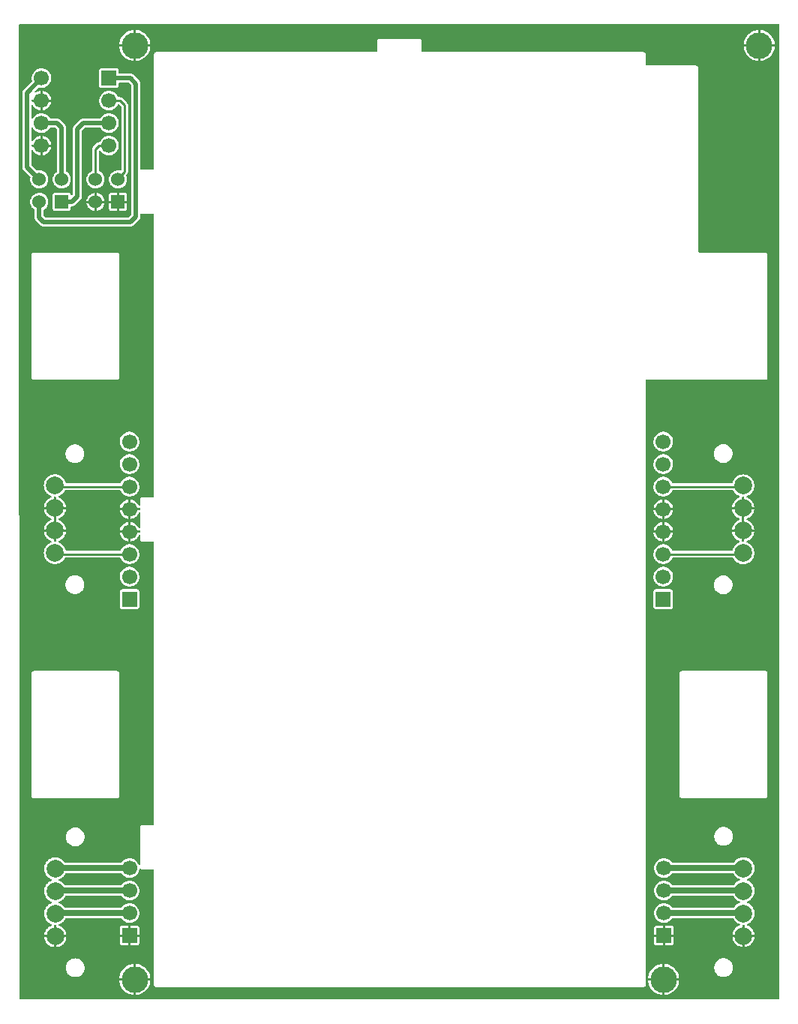
<source format=gtl>
G04 Layer: TopLayer*
G04 EasyEDA v6.5.34, 2023-08-21 18:11:39*
G04 c862416320f94afeacbf5464a4b7dd8e,5a6b42c53f6a479593ecc07194224c93,10*
G04 Gerber Generator version 0.2*
G04 Scale: 100 percent, Rotated: No, Reflected: No *
G04 Dimensions in millimeters *
G04 leading zeros omitted , absolute positions ,4 integer and 5 decimal *
%FSLAX45Y45*%
%MOMM*%

%AMMACRO1*21,1,$1,$2,0,0,$3*%
%ADD10C,0.2540*%
%ADD11C,0.5000*%
%ADD12C,0.6350*%
%ADD13MACRO1,1.524X1.524X0.0000*%
%ADD14C,1.5240*%
%ADD15MACRO1,1.7X1.7X90.0000*%
%ADD16C,1.7000*%
%ADD17R,1.7000X1.7000*%
%ADD18C,2.0000*%
%ADD19C,3.0000*%
%ADD20C,0.0159*%

%LPD*%
G36*
X299567Y902208D02*
G01*
X295656Y902969D01*
X292404Y905205D01*
X290169Y908456D01*
X289407Y912368D01*
X279958Y11901932D01*
X280720Y11905792D01*
X282905Y11909094D01*
X286207Y11911330D01*
X290118Y11912092D01*
X8853932Y11912092D01*
X8857843Y11911330D01*
X8861094Y11909094D01*
X8863330Y11905843D01*
X8864092Y11901932D01*
X8864092Y912368D01*
X8863330Y908456D01*
X8861094Y905205D01*
X8857843Y902969D01*
X8853932Y902208D01*
G37*

%LPC*%
G36*
X1412240Y11684000D02*
G01*
X1574800Y11684000D01*
X1574800Y11846712D01*
X1555953Y11844324D01*
X1538325Y11840210D01*
X1521256Y11834215D01*
X1504848Y11826544D01*
X1489303Y11817248D01*
X1474825Y11806377D01*
X1461516Y11794083D01*
X1449578Y11780469D01*
X1439113Y11765686D01*
X1430172Y11749938D01*
X1422908Y11733326D01*
X1417421Y11716105D01*
X1413713Y11698376D01*
G37*
G36*
X7543800Y954887D02*
G01*
X7543800Y1117600D01*
X7381189Y1117600D01*
X7382713Y1103223D01*
X7386421Y1085494D01*
X7391908Y1068273D01*
X7399172Y1051661D01*
X7408062Y1035913D01*
X7418578Y1021130D01*
X7430516Y1007516D01*
X7443825Y995222D01*
X7458303Y984351D01*
X7473848Y975055D01*
X7490206Y967384D01*
X7507325Y961440D01*
X7524953Y957275D01*
G37*
G36*
X1600200Y955090D02*
G01*
X1610106Y955852D01*
X1627886Y959103D01*
X1645310Y964184D01*
X1662074Y970991D01*
X1678076Y979525D01*
X1693062Y989634D01*
X1706981Y1001217D01*
X1719630Y1014171D01*
X1730857Y1028395D01*
X1740560Y1043686D01*
X1748688Y1059891D01*
X1755089Y1076807D01*
X1759661Y1094333D01*
X1762455Y1112215D01*
X1762760Y1117600D01*
X1600200Y1117600D01*
G37*
G36*
X7569200Y955090D02*
G01*
X7579055Y955852D01*
X7596886Y959103D01*
X7614259Y964184D01*
X7631074Y970991D01*
X7647025Y979525D01*
X7662062Y989634D01*
X7675981Y1001217D01*
X7688630Y1014171D01*
X7699857Y1028395D01*
X7709560Y1043686D01*
X7717688Y1059891D01*
X7724038Y1076807D01*
X7728661Y1094333D01*
X7731455Y1112215D01*
X7731759Y1117600D01*
X7569200Y1117600D01*
G37*
G36*
X1829358Y1043787D02*
G01*
X7328204Y1043787D01*
X7334554Y1044549D01*
X7339990Y1046429D01*
X7344918Y1049528D01*
X7348981Y1053592D01*
X7352080Y1058519D01*
X7353960Y1063955D01*
X7354722Y1070305D01*
X7354722Y7888630D01*
X7355484Y7892542D01*
X7357668Y7895844D01*
X7360970Y7898028D01*
X7364882Y7898790D01*
X8702446Y7896656D01*
X8708745Y7897317D01*
X8714232Y7899247D01*
X8719159Y7902295D01*
X8723223Y7906410D01*
X8726322Y7911287D01*
X8728252Y7916722D01*
X8728964Y7923123D01*
X8728964Y9304477D01*
X8728252Y9310725D01*
X8726373Y9316161D01*
X8723325Y9321088D01*
X8719210Y9325203D01*
X8714333Y9328302D01*
X8708898Y9330232D01*
X8702548Y9330944D01*
X7960817Y9333128D01*
X7956956Y9333890D01*
X7953654Y9336125D01*
X7951470Y9339376D01*
X7950708Y9343288D01*
X7950708Y11416741D01*
X7949996Y11423040D01*
X7948066Y11428526D01*
X7945018Y11433403D01*
X7940903Y11437518D01*
X7936026Y11440566D01*
X7930540Y11442496D01*
X7924241Y11443208D01*
X7364882Y11443208D01*
X7360970Y11443970D01*
X7357668Y11446205D01*
X7355484Y11449456D01*
X7354722Y11453368D01*
X7354722Y11569141D01*
X7353960Y11575440D01*
X7352080Y11580926D01*
X7348981Y11585803D01*
X7344918Y11589918D01*
X7339990Y11592966D01*
X7334554Y11594896D01*
X7328204Y11595608D01*
X4833061Y11595608D01*
X4829200Y11596370D01*
X4825898Y11598605D01*
X4823663Y11601856D01*
X4822901Y11605768D01*
X4822901Y11720322D01*
X4822190Y11726672D01*
X4820310Y11732107D01*
X4817211Y11737035D01*
X4813096Y11741099D01*
X4808220Y11744198D01*
X4802733Y11746077D01*
X4796434Y11746788D01*
X4347565Y11746788D01*
X4341266Y11746077D01*
X4335780Y11744198D01*
X4330903Y11741099D01*
X4326788Y11737035D01*
X4323740Y11732107D01*
X4321810Y11726672D01*
X4321098Y11720322D01*
X4321098Y11605768D01*
X4320336Y11601856D01*
X4318101Y11598605D01*
X4314799Y11596370D01*
X4310938Y11595608D01*
X1829358Y11595608D01*
X1823059Y11594896D01*
X1817573Y11592966D01*
X1812696Y11589918D01*
X1808581Y11585803D01*
X1805533Y11580926D01*
X1803603Y11575440D01*
X1802892Y11569141D01*
X1802892Y10282936D01*
X1802130Y10279075D01*
X1799894Y10275773D01*
X1796643Y10273588D01*
X1792732Y10272776D01*
X1675688Y10272776D01*
X1669338Y10272064D01*
X1664614Y10270439D01*
X1660804Y10269880D01*
X1657045Y10270744D01*
X1653946Y10272979D01*
X1651863Y10276230D01*
X1651101Y10280040D01*
X1651101Y11239296D01*
X1650898Y11243919D01*
X1650339Y11248339D01*
X1649374Y11252657D01*
X1648053Y11256924D01*
X1646326Y11260988D01*
X1644294Y11264950D01*
X1641906Y11268710D01*
X1639214Y11272215D01*
X1636064Y11275669D01*
X1572869Y11338864D01*
X1569415Y11342014D01*
X1565910Y11344706D01*
X1562150Y11347094D01*
X1558188Y11349126D01*
X1554124Y11350853D01*
X1549857Y11352174D01*
X1545539Y11353139D01*
X1541119Y11353698D01*
X1536496Y11353901D01*
X1416456Y11353901D01*
X1412595Y11354663D01*
X1409293Y11356898D01*
X1407058Y11360200D01*
X1406296Y11364061D01*
X1406296Y11387429D01*
X1405585Y11393728D01*
X1403705Y11399215D01*
X1400606Y11404092D01*
X1396492Y11408206D01*
X1391615Y11411305D01*
X1386128Y11413185D01*
X1379829Y11413896D01*
X1210970Y11413896D01*
X1204671Y11413185D01*
X1199184Y11411305D01*
X1194308Y11408206D01*
X1190193Y11404092D01*
X1187094Y11399215D01*
X1185214Y11393728D01*
X1184503Y11387429D01*
X1184503Y11218570D01*
X1185214Y11212271D01*
X1187094Y11206784D01*
X1190193Y11201908D01*
X1194308Y11197793D01*
X1199184Y11194694D01*
X1204671Y11192814D01*
X1210970Y11192103D01*
X1379829Y11192103D01*
X1386128Y11192814D01*
X1391615Y11194694D01*
X1396492Y11197793D01*
X1400606Y11201908D01*
X1403705Y11206784D01*
X1405585Y11212271D01*
X1406296Y11218570D01*
X1406296Y11241938D01*
X1407058Y11245799D01*
X1409293Y11249101D01*
X1412595Y11251336D01*
X1416456Y11252098D01*
X1511401Y11252098D01*
X1515313Y11251336D01*
X1518564Y11249101D01*
X1546301Y11221364D01*
X1548536Y11218113D01*
X1549298Y11214201D01*
X1549298Y9766198D01*
X1548536Y9762286D01*
X1546301Y9759035D01*
X1518564Y9731298D01*
X1515313Y9729063D01*
X1511401Y9728301D01*
X584098Y9728301D01*
X580186Y9729063D01*
X576935Y9731298D01*
X561898Y9746335D01*
X559663Y9749586D01*
X558901Y9753498D01*
X558901Y9812070D01*
X559460Y9815423D01*
X561086Y9818370D01*
X563626Y9820656D01*
X568553Y9823805D01*
X578967Y9832594D01*
X588111Y9842754D01*
X595833Y9853980D01*
X601980Y9866122D01*
X606450Y9879025D01*
X609193Y9892385D01*
X610108Y9906000D01*
X609193Y9919614D01*
X606450Y9932974D01*
X601980Y9945878D01*
X595833Y9958019D01*
X588111Y9969246D01*
X578967Y9979406D01*
X568553Y9988194D01*
X557072Y9995509D01*
X544677Y10001250D01*
X531672Y10005314D01*
X518210Y10007549D01*
X504596Y10008006D01*
X491032Y10006685D01*
X477774Y10003485D01*
X465023Y9998608D01*
X453085Y9992055D01*
X442112Y9983978D01*
X432308Y9974478D01*
X423824Y9963759D01*
X416864Y9952024D01*
X411581Y9939477D01*
X407974Y9926320D01*
X406146Y9912807D01*
X406146Y9899192D01*
X407974Y9885680D01*
X411581Y9872522D01*
X416864Y9859975D01*
X423824Y9848240D01*
X432308Y9837521D01*
X442112Y9828022D01*
X452983Y9820046D01*
X455168Y9817811D01*
X456590Y9814966D01*
X457098Y9811867D01*
X457098Y9728403D01*
X457301Y9723780D01*
X457860Y9719360D01*
X458825Y9715042D01*
X460146Y9710775D01*
X461873Y9706711D01*
X463905Y9702749D01*
X466293Y9698990D01*
X468985Y9695484D01*
X472135Y9692030D01*
X522630Y9641535D01*
X526084Y9638385D01*
X529590Y9635693D01*
X533349Y9633305D01*
X537311Y9631273D01*
X541375Y9629546D01*
X545642Y9628225D01*
X549960Y9627260D01*
X554380Y9626701D01*
X559003Y9626498D01*
X1536496Y9626498D01*
X1541119Y9626701D01*
X1545539Y9627260D01*
X1549857Y9628225D01*
X1554124Y9629546D01*
X1558188Y9631273D01*
X1562150Y9633305D01*
X1565910Y9635693D01*
X1569415Y9638385D01*
X1572869Y9641535D01*
X1636064Y9704730D01*
X1639214Y9708184D01*
X1641906Y9711690D01*
X1644294Y9715449D01*
X1646326Y9719411D01*
X1648053Y9723475D01*
X1649374Y9727742D01*
X1650339Y9732060D01*
X1650898Y9736480D01*
X1651101Y9741103D01*
X1651101Y9763760D01*
X1651863Y9767519D01*
X1653946Y9770770D01*
X1657045Y9773005D01*
X1660804Y9773920D01*
X1664614Y9773361D01*
X1669338Y9771684D01*
X1675688Y9770973D01*
X1792732Y9770973D01*
X1796643Y9770211D01*
X1799894Y9768027D01*
X1802130Y9764725D01*
X1802892Y9760813D01*
X1802892Y6582968D01*
X1802130Y6579057D01*
X1799894Y6575755D01*
X1796643Y6573570D01*
X1792732Y6572808D01*
X1675688Y6572808D01*
X1669338Y6572097D01*
X1663903Y6570167D01*
X1658975Y6567119D01*
X1654911Y6563004D01*
X1651812Y6558127D01*
X1649882Y6552641D01*
X1649171Y6546342D01*
X1649171Y6485382D01*
X1648409Y6481572D01*
X1646275Y6478270D01*
X1643024Y6476034D01*
X1639163Y6475222D01*
X1635302Y6475933D01*
X1632000Y6478066D01*
X1629765Y6481267D01*
X1625803Y6490157D01*
X1618437Y6502349D01*
X1609598Y6513423D01*
X1599387Y6523329D01*
X1588008Y6531813D01*
X1575612Y6538772D01*
X1562455Y6544106D01*
X1548688Y6547713D01*
X1540205Y6548831D01*
X1540205Y6451600D01*
X1639011Y6451600D01*
X1642922Y6450838D01*
X1646224Y6448602D01*
X1648409Y6445300D01*
X1649171Y6441440D01*
X1649171Y6436360D01*
X1648409Y6432448D01*
X1646224Y6429146D01*
X1642922Y6426962D01*
X1639011Y6426200D01*
X1540205Y6426200D01*
X1540205Y6328816D01*
X1541678Y6328918D01*
X1555648Y6331610D01*
X1569110Y6336080D01*
X1581912Y6342278D01*
X1593799Y6350000D01*
X1604619Y6359245D01*
X1614170Y6369761D01*
X1622298Y6381394D01*
X1628901Y6393992D01*
X1629511Y6395669D01*
X1631594Y6399072D01*
X1634896Y6401409D01*
X1638807Y6402273D01*
X1642770Y6401612D01*
X1646123Y6399428D01*
X1648409Y6396075D01*
X1649171Y6392113D01*
X1649171Y6231382D01*
X1648409Y6227572D01*
X1646275Y6224270D01*
X1643024Y6222034D01*
X1639163Y6221222D01*
X1635302Y6221933D01*
X1632000Y6224066D01*
X1629765Y6227267D01*
X1625803Y6236157D01*
X1618437Y6248349D01*
X1609598Y6259423D01*
X1599387Y6269329D01*
X1588008Y6277813D01*
X1575612Y6284772D01*
X1562455Y6290106D01*
X1548688Y6293713D01*
X1540205Y6294831D01*
X1540205Y6197600D01*
X1639011Y6197600D01*
X1642922Y6196838D01*
X1646224Y6194602D01*
X1648409Y6191300D01*
X1649171Y6187440D01*
X1649171Y6182360D01*
X1648409Y6178448D01*
X1646224Y6175146D01*
X1642922Y6172962D01*
X1639011Y6172200D01*
X1540205Y6172200D01*
X1540205Y6074816D01*
X1541678Y6074918D01*
X1555648Y6077610D01*
X1569110Y6082080D01*
X1581912Y6088278D01*
X1593799Y6096000D01*
X1604619Y6105245D01*
X1614170Y6115761D01*
X1622298Y6127394D01*
X1628901Y6139992D01*
X1629511Y6141669D01*
X1631594Y6145072D01*
X1634896Y6147409D01*
X1638807Y6148273D01*
X1642770Y6147612D01*
X1646123Y6145428D01*
X1648409Y6142075D01*
X1649171Y6138113D01*
X1649171Y6097473D01*
X1649882Y6091123D01*
X1651812Y6085687D01*
X1654911Y6080760D01*
X1658975Y6076696D01*
X1663903Y6073597D01*
X1669338Y6071717D01*
X1675688Y6071006D01*
X1792732Y6071006D01*
X1796643Y6070193D01*
X1799894Y6068009D01*
X1802130Y6064707D01*
X1802892Y6060846D01*
X1802892Y2882950D01*
X1802130Y2879090D01*
X1799894Y2875788D01*
X1796643Y2873603D01*
X1792732Y2872790D01*
X1675688Y2872790D01*
X1669338Y2872079D01*
X1663903Y2870200D01*
X1658975Y2867101D01*
X1654911Y2863037D01*
X1651812Y2858109D01*
X1649882Y2852674D01*
X1649171Y2846324D01*
X1649171Y2434132D01*
X1648409Y2430272D01*
X1646275Y2426970D01*
X1643024Y2424785D01*
X1639163Y2423972D01*
X1635302Y2424684D01*
X1632000Y2426766D01*
X1629765Y2430018D01*
X1625803Y2438908D01*
X1618437Y2451049D01*
X1609598Y2462174D01*
X1599387Y2472029D01*
X1588008Y2480513D01*
X1575612Y2487523D01*
X1562455Y2492857D01*
X1548688Y2496464D01*
X1534617Y2498242D01*
X1520393Y2498242D01*
X1506321Y2496464D01*
X1492554Y2492857D01*
X1479397Y2487523D01*
X1467002Y2480513D01*
X1455623Y2472029D01*
X1445412Y2462174D01*
X1433728Y2447544D01*
X1430731Y2445867D01*
X1427327Y2445258D01*
X803656Y2445258D01*
X800201Y2445867D01*
X797204Y2447544D01*
X794918Y2450185D01*
X792988Y2453386D01*
X783640Y2465324D01*
X772871Y2476093D01*
X760882Y2485491D01*
X747877Y2493314D01*
X734009Y2499563D01*
X719531Y2504084D01*
X704545Y2506827D01*
X689406Y2507742D01*
X674217Y2506827D01*
X659282Y2504084D01*
X644753Y2499563D01*
X630885Y2493314D01*
X617880Y2485491D01*
X605891Y2476093D01*
X595172Y2465324D01*
X585774Y2453386D01*
X577900Y2440381D01*
X571703Y2426512D01*
X567182Y2411984D01*
X564438Y2397048D01*
X563524Y2381859D01*
X564438Y2366670D01*
X567182Y2351735D01*
X571703Y2337206D01*
X577900Y2323388D01*
X585774Y2310333D01*
X595172Y2298395D01*
X605891Y2287625D01*
X617880Y2278278D01*
X630885Y2270404D01*
X644804Y2264156D01*
X647954Y2261920D01*
X650087Y2258669D01*
X650798Y2254859D01*
X650087Y2251049D01*
X647954Y2247849D01*
X644804Y2245614D01*
X630885Y2239314D01*
X617880Y2231491D01*
X605891Y2222093D01*
X595172Y2211324D01*
X585774Y2199386D01*
X577900Y2186381D01*
X571703Y2172512D01*
X567182Y2157984D01*
X564438Y2143048D01*
X563524Y2127859D01*
X564438Y2112670D01*
X567182Y2097735D01*
X571703Y2083206D01*
X577900Y2069388D01*
X585774Y2056333D01*
X595172Y2044395D01*
X605891Y2033625D01*
X617880Y2024278D01*
X630885Y2016404D01*
X644804Y2010156D01*
X647954Y2007920D01*
X650087Y2004669D01*
X650798Y2000859D01*
X650087Y1997049D01*
X647954Y1993849D01*
X644804Y1991614D01*
X630885Y1985314D01*
X617880Y1977491D01*
X605891Y1968093D01*
X595172Y1957324D01*
X585774Y1945386D01*
X577900Y1932381D01*
X571703Y1918512D01*
X567182Y1903984D01*
X564438Y1889048D01*
X563524Y1873859D01*
X564438Y1858670D01*
X567182Y1843735D01*
X571703Y1829206D01*
X577900Y1815388D01*
X585774Y1802333D01*
X595172Y1790395D01*
X605891Y1779625D01*
X617880Y1770278D01*
X630885Y1762404D01*
X644804Y1756156D01*
X647954Y1753920D01*
X650087Y1750669D01*
X650798Y1746859D01*
X650087Y1743049D01*
X647954Y1739849D01*
X644804Y1737614D01*
X630885Y1731314D01*
X617880Y1723491D01*
X605891Y1714093D01*
X595172Y1703324D01*
X585774Y1691386D01*
X577900Y1678381D01*
X571703Y1664512D01*
X567182Y1649984D01*
X564438Y1635048D01*
X564286Y1632559D01*
X676706Y1632559D01*
X676706Y1737969D01*
X677468Y1741830D01*
X679653Y1745132D01*
X682955Y1747316D01*
X686866Y1748129D01*
X691946Y1748129D01*
X695807Y1747316D01*
X699109Y1745132D01*
X701294Y1741830D01*
X702106Y1737969D01*
X702106Y1632559D01*
X814527Y1632559D01*
X814374Y1635048D01*
X811631Y1649984D01*
X807110Y1664512D01*
X800862Y1678381D01*
X792988Y1691386D01*
X783640Y1703324D01*
X772871Y1714093D01*
X760882Y1723491D01*
X747877Y1731314D01*
X733958Y1737614D01*
X730808Y1739849D01*
X728726Y1743049D01*
X727964Y1746859D01*
X728726Y1750669D01*
X730808Y1753920D01*
X733958Y1756156D01*
X747877Y1762404D01*
X760882Y1770278D01*
X772871Y1779625D01*
X783640Y1790395D01*
X792988Y1802333D01*
X801116Y1815947D01*
X803351Y1819097D01*
X806602Y1821230D01*
X810412Y1821942D01*
X1427480Y1821942D01*
X1430680Y1821434D01*
X1433576Y1819910D01*
X1435811Y1817573D01*
X1440789Y1810461D01*
X1450340Y1799945D01*
X1461160Y1790750D01*
X1473098Y1782978D01*
X1485900Y1776831D01*
X1499362Y1772361D01*
X1513332Y1769618D01*
X1527505Y1768703D01*
X1541678Y1769618D01*
X1555648Y1772361D01*
X1569110Y1776831D01*
X1581912Y1782978D01*
X1593799Y1790750D01*
X1604619Y1799945D01*
X1614170Y1810461D01*
X1622298Y1822094D01*
X1628901Y1834692D01*
X1633778Y1848053D01*
X1636979Y1861921D01*
X1638350Y1876043D01*
X1637893Y1890268D01*
X1635607Y1904288D01*
X1631543Y1917903D01*
X1625803Y1930907D01*
X1618437Y1943049D01*
X1609598Y1954174D01*
X1599387Y1964029D01*
X1588008Y1972513D01*
X1575612Y1979523D01*
X1562455Y1984857D01*
X1548688Y1988464D01*
X1534617Y1990242D01*
X1520393Y1990242D01*
X1506321Y1988464D01*
X1492554Y1984857D01*
X1479397Y1979523D01*
X1467002Y1972513D01*
X1455623Y1964029D01*
X1445412Y1954174D01*
X1433728Y1939543D01*
X1430731Y1937867D01*
X1427327Y1937257D01*
X803656Y1937257D01*
X800201Y1937867D01*
X797204Y1939543D01*
X794918Y1942185D01*
X792988Y1945386D01*
X783640Y1957324D01*
X772871Y1968093D01*
X760882Y1977491D01*
X747877Y1985314D01*
X733958Y1991614D01*
X730808Y1993849D01*
X728726Y1997049D01*
X727964Y2000859D01*
X728726Y2004669D01*
X730808Y2007920D01*
X733958Y2010156D01*
X747877Y2016404D01*
X760882Y2024278D01*
X772871Y2033625D01*
X783640Y2044395D01*
X792988Y2056333D01*
X801116Y2069947D01*
X803351Y2073097D01*
X806602Y2075230D01*
X810412Y2075942D01*
X1427480Y2075942D01*
X1430680Y2075434D01*
X1433576Y2073910D01*
X1435811Y2071573D01*
X1440789Y2064461D01*
X1450340Y2053945D01*
X1461160Y2044750D01*
X1473098Y2036978D01*
X1485900Y2030831D01*
X1499362Y2026361D01*
X1513332Y2023618D01*
X1527505Y2022703D01*
X1541678Y2023618D01*
X1555648Y2026361D01*
X1569110Y2030831D01*
X1581912Y2036978D01*
X1593799Y2044750D01*
X1604619Y2053945D01*
X1614170Y2064461D01*
X1622298Y2076094D01*
X1628901Y2088692D01*
X1633778Y2102053D01*
X1636979Y2115921D01*
X1638350Y2130044D01*
X1637893Y2144268D01*
X1635607Y2158288D01*
X1631543Y2171903D01*
X1625803Y2184908D01*
X1618437Y2197049D01*
X1609598Y2208174D01*
X1599387Y2218029D01*
X1588008Y2226513D01*
X1575612Y2233523D01*
X1562455Y2238857D01*
X1548688Y2242464D01*
X1534617Y2244242D01*
X1520393Y2244242D01*
X1506321Y2242464D01*
X1492554Y2238857D01*
X1479397Y2233523D01*
X1467002Y2226513D01*
X1455623Y2218029D01*
X1445412Y2208174D01*
X1433728Y2193544D01*
X1430731Y2191867D01*
X1427327Y2191258D01*
X803656Y2191258D01*
X800201Y2191867D01*
X797204Y2193544D01*
X794918Y2196185D01*
X792988Y2199386D01*
X783640Y2211324D01*
X772871Y2222093D01*
X760882Y2231491D01*
X747877Y2239314D01*
X733958Y2245614D01*
X730808Y2247849D01*
X728726Y2251049D01*
X727964Y2254859D01*
X728726Y2258669D01*
X730808Y2261920D01*
X733958Y2264156D01*
X747877Y2270404D01*
X760882Y2278278D01*
X772871Y2287625D01*
X783640Y2298395D01*
X792988Y2310333D01*
X801116Y2323947D01*
X803351Y2327097D01*
X806602Y2329230D01*
X810412Y2329942D01*
X1427480Y2329942D01*
X1430680Y2329434D01*
X1433576Y2327910D01*
X1435811Y2325573D01*
X1440789Y2318461D01*
X1450340Y2307945D01*
X1461160Y2298750D01*
X1473098Y2290978D01*
X1485900Y2284831D01*
X1499362Y2280361D01*
X1513332Y2277618D01*
X1527505Y2276703D01*
X1541678Y2277618D01*
X1555648Y2280361D01*
X1569110Y2284831D01*
X1581912Y2290978D01*
X1593799Y2298750D01*
X1604619Y2307945D01*
X1614170Y2318461D01*
X1622298Y2330094D01*
X1628901Y2342692D01*
X1633778Y2356053D01*
X1636979Y2369921D01*
X1637436Y2374747D01*
X1638503Y2378405D01*
X1640839Y2381402D01*
X1644091Y2383332D01*
X1647850Y2383942D01*
X1651558Y2383078D01*
X1654708Y2380945D01*
X1658975Y2376678D01*
X1663903Y2373630D01*
X1669338Y2371699D01*
X1675688Y2370988D01*
X1792732Y2370988D01*
X1796643Y2370226D01*
X1799894Y2368042D01*
X1802130Y2364740D01*
X1802892Y2360828D01*
X1802892Y1070305D01*
X1803603Y1063955D01*
X1805533Y1058519D01*
X1808581Y1053592D01*
X1812696Y1049528D01*
X1817573Y1046429D01*
X1823059Y1044549D01*
G37*
G36*
X7569200Y1143000D02*
G01*
X7731759Y1143000D01*
X7731455Y1148384D01*
X7728661Y1166266D01*
X7724038Y1183792D01*
X7717688Y1200759D01*
X7709560Y1216964D01*
X7699857Y1232204D01*
X7688630Y1246428D01*
X7675981Y1259382D01*
X7662062Y1271016D01*
X7647025Y1281125D01*
X7631074Y1289608D01*
X7614259Y1296416D01*
X7596886Y1301496D01*
X7579055Y1304747D01*
X7569200Y1305509D01*
G37*
G36*
X1600200Y1143000D02*
G01*
X1762760Y1143000D01*
X1762455Y1148384D01*
X1759661Y1166266D01*
X1755089Y1183792D01*
X1748688Y1200759D01*
X1740560Y1216964D01*
X1730857Y1232204D01*
X1719630Y1246428D01*
X1706981Y1259382D01*
X1693062Y1271016D01*
X1678076Y1281125D01*
X1662074Y1289608D01*
X1645310Y1296416D01*
X1627886Y1301496D01*
X1610106Y1304747D01*
X1600200Y1305509D01*
G37*
G36*
X7381189Y1143000D02*
G01*
X7543800Y1143000D01*
X7543800Y1305712D01*
X7524953Y1303324D01*
X7507325Y1299210D01*
X7490206Y1293215D01*
X7473848Y1285544D01*
X7458303Y1276248D01*
X7443825Y1265377D01*
X7430516Y1253083D01*
X7418578Y1239469D01*
X7408062Y1224686D01*
X7399172Y1208938D01*
X7391908Y1192326D01*
X7386421Y1175105D01*
X7382713Y1157376D01*
G37*
G36*
X1412240Y1143000D02*
G01*
X1574800Y1143000D01*
X1574800Y1305712D01*
X1555953Y1303324D01*
X1538325Y1299210D01*
X1521256Y1293215D01*
X1504848Y1285544D01*
X1489303Y1276248D01*
X1474825Y1265377D01*
X1461516Y1253083D01*
X1449578Y1239469D01*
X1439113Y1224686D01*
X1430172Y1208938D01*
X1422908Y1192326D01*
X1417421Y1175105D01*
X1413713Y1157376D01*
G37*
G36*
X914400Y1156411D02*
G01*
X928217Y1157325D01*
X941781Y1160018D01*
X954938Y1164488D01*
X967333Y1170584D01*
X978865Y1178306D01*
X989279Y1187450D01*
X998423Y1197864D01*
X1006094Y1209344D01*
X1012240Y1221790D01*
X1016660Y1234897D01*
X1019403Y1248460D01*
X1020267Y1262278D01*
X1019403Y1276146D01*
X1016660Y1289710D01*
X1012240Y1302816D01*
X1006094Y1315262D01*
X998423Y1326743D01*
X989279Y1337157D01*
X978865Y1346301D01*
X967333Y1354023D01*
X954938Y1360119D01*
X941781Y1364589D01*
X928217Y1367282D01*
X914400Y1368196D01*
X900582Y1367282D01*
X887018Y1364589D01*
X873861Y1360119D01*
X861466Y1354023D01*
X849934Y1346301D01*
X839520Y1337157D01*
X830376Y1326743D01*
X822706Y1315262D01*
X816559Y1302816D01*
X812139Y1289710D01*
X809396Y1276146D01*
X808532Y1262278D01*
X809396Y1248460D01*
X812139Y1234897D01*
X816559Y1221790D01*
X822706Y1209344D01*
X830376Y1197864D01*
X839520Y1187450D01*
X849934Y1178306D01*
X861466Y1170584D01*
X873861Y1164488D01*
X887018Y1160018D01*
X900582Y1157325D01*
G37*
G36*
X8233156Y1157630D02*
G01*
X8246973Y1158494D01*
X8260537Y1161237D01*
X8273643Y1165656D01*
X8286089Y1171803D01*
X8297570Y1179474D01*
X8307984Y1188618D01*
X8317128Y1199032D01*
X8324850Y1210564D01*
X8330946Y1222959D01*
X8335416Y1236116D01*
X8338108Y1249680D01*
X8339023Y1263497D01*
X8338108Y1277315D01*
X8335416Y1290878D01*
X8330946Y1304036D01*
X8324850Y1316431D01*
X8317128Y1327962D01*
X8307984Y1338376D01*
X8297570Y1347520D01*
X8286089Y1355191D01*
X8273643Y1361338D01*
X8260537Y1365758D01*
X8246973Y1368501D01*
X8233156Y1369364D01*
X8219287Y1368501D01*
X8205724Y1365758D01*
X8192617Y1361338D01*
X8180171Y1355191D01*
X8168690Y1347520D01*
X8158276Y1338376D01*
X8149132Y1327962D01*
X8141411Y1316431D01*
X8135315Y1304036D01*
X8130844Y1290878D01*
X8128152Y1277315D01*
X8127238Y1263497D01*
X8128152Y1249680D01*
X8130844Y1236116D01*
X8135315Y1222959D01*
X8141411Y1210564D01*
X8149132Y1199032D01*
X8158276Y1188618D01*
X8168690Y1179474D01*
X8180171Y1171803D01*
X8192617Y1165656D01*
X8205724Y1161237D01*
X8219287Y1158494D01*
G37*
G36*
X702106Y1494739D02*
G01*
X704545Y1494891D01*
X719531Y1497634D01*
X734009Y1502156D01*
X747877Y1508404D01*
X760882Y1516278D01*
X772871Y1525625D01*
X783640Y1536395D01*
X792988Y1548333D01*
X800862Y1561388D01*
X807110Y1575206D01*
X811631Y1589735D01*
X814374Y1604670D01*
X814527Y1607159D01*
X702106Y1607159D01*
G37*
G36*
X676706Y1494739D02*
G01*
X676706Y1607159D01*
X564286Y1607159D01*
X564438Y1604670D01*
X567182Y1589735D01*
X571703Y1575206D01*
X577900Y1561388D01*
X585774Y1548333D01*
X595172Y1536395D01*
X605891Y1525625D01*
X617880Y1516278D01*
X630885Y1508404D01*
X644753Y1502156D01*
X659282Y1497634D01*
X674217Y1494891D01*
G37*
G36*
X8470849Y1495907D02*
G01*
X8473287Y1496060D01*
X8488273Y1498803D01*
X8502802Y1503324D01*
X8516620Y1509572D01*
X8529624Y1517446D01*
X8541613Y1526794D01*
X8552383Y1537563D01*
X8561730Y1549501D01*
X8569604Y1562506D01*
X8575852Y1576374D01*
X8580374Y1590903D01*
X8583117Y1605838D01*
X8583269Y1608328D01*
X8470849Y1608328D01*
G37*
G36*
X8445449Y1495907D02*
G01*
X8445449Y1608328D01*
X8333028Y1608328D01*
X8333181Y1605838D01*
X8335924Y1590903D01*
X8340445Y1576374D01*
X8346643Y1562506D01*
X8354517Y1549501D01*
X8363915Y1537563D01*
X8374634Y1526794D01*
X8386622Y1517446D01*
X8399627Y1509572D01*
X8413496Y1503324D01*
X8428024Y1498803D01*
X8442960Y1496060D01*
G37*
G36*
X1540205Y1514703D02*
G01*
X1611934Y1514703D01*
X1618234Y1515414D01*
X1623720Y1517294D01*
X1628597Y1520393D01*
X1632712Y1524508D01*
X1635760Y1529384D01*
X1637690Y1534871D01*
X1638401Y1541170D01*
X1638401Y1612900D01*
X1540205Y1612900D01*
G37*
G36*
X7572756Y1514703D02*
G01*
X7644485Y1514703D01*
X7650784Y1515414D01*
X7656271Y1517294D01*
X7661148Y1520393D01*
X7665262Y1524457D01*
X7668310Y1529384D01*
X7670241Y1534820D01*
X7670952Y1541170D01*
X7670952Y1612900D01*
X7572756Y1612900D01*
G37*
G36*
X1443075Y1514703D02*
G01*
X1514805Y1514703D01*
X1514805Y1612900D01*
X1416608Y1612900D01*
X1416608Y1541170D01*
X1417320Y1534871D01*
X1419199Y1529384D01*
X1422298Y1524508D01*
X1426362Y1520393D01*
X1431290Y1517294D01*
X1436725Y1515414D01*
G37*
G36*
X7475626Y1514703D02*
G01*
X7547356Y1514703D01*
X7547356Y1612900D01*
X7449108Y1612900D01*
X7449108Y1541170D01*
X7449820Y1534820D01*
X7451750Y1529384D01*
X7454849Y1524457D01*
X7458913Y1520393D01*
X7463840Y1517294D01*
X7469276Y1515414D01*
G37*
G36*
X8460689Y11684000D02*
G01*
X8623300Y11684000D01*
X8623300Y11846712D01*
X8604453Y11844324D01*
X8586825Y11840210D01*
X8569706Y11834215D01*
X8553348Y11826544D01*
X8537803Y11817248D01*
X8523325Y11806377D01*
X8510016Y11794083D01*
X8498078Y11780469D01*
X8487562Y11765686D01*
X8478672Y11749938D01*
X8471408Y11733326D01*
X8465921Y11716105D01*
X8462213Y11698376D01*
G37*
G36*
X1600200Y11684000D02*
G01*
X1762760Y11684000D01*
X1762455Y11689384D01*
X1759661Y11707266D01*
X1755089Y11724792D01*
X1748688Y11741759D01*
X1740611Y11757964D01*
X1730857Y11773204D01*
X1719630Y11787428D01*
X1706981Y11800382D01*
X1693062Y11812016D01*
X1678076Y11822125D01*
X1662074Y11830608D01*
X1645310Y11837416D01*
X1627886Y11842496D01*
X1610106Y11845747D01*
X1600200Y11846509D01*
G37*
G36*
X8333028Y1633728D02*
G01*
X8445449Y1633728D01*
X8445449Y1739138D01*
X8446211Y1742998D01*
X8448395Y1746300D01*
X8451697Y1748485D01*
X8455609Y1749298D01*
X8460689Y1749298D01*
X8464550Y1748485D01*
X8467852Y1746300D01*
X8470087Y1742998D01*
X8470849Y1739138D01*
X8470849Y1633728D01*
X8583269Y1633728D01*
X8583117Y1636217D01*
X8580374Y1651152D01*
X8575852Y1665681D01*
X8569604Y1679549D01*
X8561730Y1692554D01*
X8552383Y1704492D01*
X8541613Y1715262D01*
X8529624Y1724660D01*
X8516620Y1732483D01*
X8502700Y1738782D01*
X8499551Y1741017D01*
X8497468Y1744218D01*
X8496706Y1748028D01*
X8497468Y1751838D01*
X8499551Y1755089D01*
X8502700Y1757273D01*
X8516620Y1763572D01*
X8529624Y1771446D01*
X8541613Y1780793D01*
X8552383Y1791563D01*
X8561730Y1803501D01*
X8569604Y1816506D01*
X8575852Y1830374D01*
X8580374Y1844903D01*
X8583117Y1859838D01*
X8584031Y1875028D01*
X8583117Y1890217D01*
X8580374Y1905152D01*
X8575852Y1919681D01*
X8569604Y1933549D01*
X8561730Y1946554D01*
X8552383Y1958492D01*
X8541613Y1969262D01*
X8529624Y1978660D01*
X8516620Y1986483D01*
X8502700Y1992782D01*
X8499551Y1995017D01*
X8497468Y1998218D01*
X8496706Y2002028D01*
X8497468Y2005838D01*
X8499551Y2009089D01*
X8502700Y2011273D01*
X8516620Y2017572D01*
X8529624Y2025446D01*
X8541613Y2034793D01*
X8552383Y2045563D01*
X8561730Y2057501D01*
X8569604Y2070506D01*
X8575852Y2084374D01*
X8580374Y2098903D01*
X8583117Y2113838D01*
X8584031Y2129028D01*
X8583117Y2144217D01*
X8580374Y2159152D01*
X8575852Y2173681D01*
X8569604Y2187549D01*
X8561730Y2200554D01*
X8552383Y2212492D01*
X8541613Y2223262D01*
X8529624Y2232660D01*
X8516620Y2240483D01*
X8502700Y2246782D01*
X8499551Y2249017D01*
X8497468Y2252218D01*
X8496706Y2256028D01*
X8497468Y2259838D01*
X8499551Y2263089D01*
X8502700Y2265273D01*
X8516620Y2271572D01*
X8529624Y2279446D01*
X8541613Y2288794D01*
X8552383Y2299563D01*
X8561730Y2311501D01*
X8569604Y2324506D01*
X8575852Y2338374D01*
X8580374Y2352903D01*
X8583117Y2367838D01*
X8584031Y2383028D01*
X8583117Y2398217D01*
X8580374Y2413152D01*
X8575852Y2427681D01*
X8569604Y2441549D01*
X8561730Y2454554D01*
X8552383Y2466492D01*
X8541613Y2477262D01*
X8529624Y2486660D01*
X8516620Y2494483D01*
X8502802Y2500731D01*
X8488273Y2505252D01*
X8473287Y2507996D01*
X8458149Y2508910D01*
X8442960Y2507996D01*
X8428024Y2505252D01*
X8413496Y2500731D01*
X8399627Y2494483D01*
X8386622Y2486660D01*
X8374634Y2477262D01*
X8363915Y2466492D01*
X8354517Y2454554D01*
X8351875Y2450185D01*
X8349589Y2447544D01*
X8346592Y2445867D01*
X8343188Y2445258D01*
X7660182Y2445258D01*
X7656779Y2445867D01*
X7653781Y2447544D01*
X7642098Y2462123D01*
X7631938Y2472029D01*
X7620508Y2480513D01*
X7608163Y2487523D01*
X7594955Y2492857D01*
X7581239Y2496413D01*
X7567117Y2498242D01*
X7552944Y2498242D01*
X7538821Y2496413D01*
X7525105Y2492857D01*
X7511897Y2487523D01*
X7499553Y2480513D01*
X7488174Y2472029D01*
X7477963Y2462123D01*
X7469073Y2451049D01*
X7461707Y2438908D01*
X7455966Y2425903D01*
X7451902Y2412288D01*
X7449667Y2398217D01*
X7449210Y2384044D01*
X7450581Y2369921D01*
X7453731Y2356053D01*
X7458659Y2342692D01*
X7465212Y2330094D01*
X7473340Y2318461D01*
X7482890Y2307945D01*
X7493711Y2298750D01*
X7505598Y2290978D01*
X7518400Y2284831D01*
X7531912Y2280310D01*
X7545831Y2277618D01*
X7560056Y2276703D01*
X7574229Y2277618D01*
X7588148Y2280310D01*
X7601661Y2284831D01*
X7614462Y2290978D01*
X7626350Y2298750D01*
X7637170Y2307945D01*
X7646720Y2318461D01*
X7651699Y2325573D01*
X7653985Y2327910D01*
X7656830Y2329434D01*
X7660030Y2329942D01*
X8337651Y2329942D01*
X8341055Y2329332D01*
X8344103Y2327656D01*
X8346338Y2325014D01*
X8354517Y2311501D01*
X8363915Y2299563D01*
X8374634Y2288794D01*
X8386622Y2279446D01*
X8399627Y2271572D01*
X8413546Y2265273D01*
X8416696Y2263089D01*
X8418830Y2259838D01*
X8419541Y2256028D01*
X8418830Y2252218D01*
X8416696Y2249017D01*
X8413546Y2246782D01*
X8399627Y2240483D01*
X8386622Y2232660D01*
X8374634Y2223262D01*
X8363915Y2212492D01*
X8354517Y2200554D01*
X8351875Y2196185D01*
X8349589Y2193544D01*
X8346592Y2191867D01*
X8343188Y2191258D01*
X7660182Y2191258D01*
X7656779Y2191867D01*
X7653781Y2193544D01*
X7642098Y2208123D01*
X7631938Y2218029D01*
X7620508Y2226513D01*
X7608163Y2233523D01*
X7594955Y2238857D01*
X7581239Y2242413D01*
X7567117Y2244242D01*
X7552944Y2244242D01*
X7538821Y2242413D01*
X7525105Y2238857D01*
X7511897Y2233523D01*
X7499553Y2226513D01*
X7488174Y2218029D01*
X7477963Y2208123D01*
X7469073Y2197049D01*
X7461707Y2184908D01*
X7455966Y2171903D01*
X7451902Y2158288D01*
X7449667Y2144217D01*
X7449210Y2130044D01*
X7450581Y2115921D01*
X7453731Y2102053D01*
X7458659Y2088692D01*
X7465212Y2076094D01*
X7473340Y2064461D01*
X7482890Y2053945D01*
X7493711Y2044750D01*
X7505598Y2036978D01*
X7518400Y2030831D01*
X7531912Y2026310D01*
X7545831Y2023618D01*
X7560056Y2022703D01*
X7574229Y2023618D01*
X7588148Y2026310D01*
X7601661Y2030831D01*
X7614462Y2036978D01*
X7626350Y2044750D01*
X7637170Y2053945D01*
X7646720Y2064461D01*
X7651699Y2071573D01*
X7653985Y2073910D01*
X7656830Y2075434D01*
X7660030Y2075942D01*
X8337651Y2075942D01*
X8341055Y2075332D01*
X8344103Y2073656D01*
X8346338Y2071014D01*
X8354517Y2057501D01*
X8363915Y2045563D01*
X8374634Y2034793D01*
X8386622Y2025446D01*
X8399627Y2017572D01*
X8413546Y2011273D01*
X8416696Y2009089D01*
X8418830Y2005838D01*
X8419541Y2002028D01*
X8418830Y1998218D01*
X8416696Y1995017D01*
X8413546Y1992782D01*
X8399627Y1986483D01*
X8386622Y1978660D01*
X8374634Y1969262D01*
X8363915Y1958492D01*
X8354517Y1946554D01*
X8351875Y1942185D01*
X8349589Y1939543D01*
X8346592Y1937867D01*
X8343188Y1937257D01*
X7660182Y1937257D01*
X7656779Y1937867D01*
X7653781Y1939543D01*
X7642098Y1954123D01*
X7631938Y1964029D01*
X7620508Y1972513D01*
X7608163Y1979523D01*
X7594955Y1984857D01*
X7581239Y1988413D01*
X7567117Y1990242D01*
X7552944Y1990242D01*
X7538821Y1988413D01*
X7525105Y1984857D01*
X7511897Y1979523D01*
X7499553Y1972513D01*
X7488174Y1964029D01*
X7477963Y1954123D01*
X7469073Y1943049D01*
X7461707Y1930907D01*
X7455966Y1917903D01*
X7451902Y1904288D01*
X7449667Y1890217D01*
X7449210Y1876043D01*
X7450581Y1861921D01*
X7453731Y1848053D01*
X7458659Y1834692D01*
X7465212Y1822094D01*
X7473340Y1810461D01*
X7482890Y1799945D01*
X7493711Y1790750D01*
X7505598Y1782978D01*
X7518400Y1776831D01*
X7531912Y1772310D01*
X7545831Y1769618D01*
X7560056Y1768703D01*
X7574229Y1769618D01*
X7588148Y1772310D01*
X7601661Y1776831D01*
X7614462Y1782978D01*
X7626350Y1790750D01*
X7637170Y1799945D01*
X7646720Y1810461D01*
X7651699Y1817573D01*
X7653985Y1819910D01*
X7656830Y1821434D01*
X7660030Y1821942D01*
X8337651Y1821942D01*
X8341055Y1821332D01*
X8344103Y1819656D01*
X8346338Y1817014D01*
X8354517Y1803501D01*
X8363915Y1791563D01*
X8374634Y1780793D01*
X8386622Y1771446D01*
X8399627Y1763572D01*
X8413546Y1757273D01*
X8416696Y1755089D01*
X8418830Y1751838D01*
X8419541Y1748028D01*
X8418830Y1744218D01*
X8416696Y1741017D01*
X8413546Y1738782D01*
X8399627Y1732483D01*
X8386622Y1724660D01*
X8374634Y1715262D01*
X8363915Y1704492D01*
X8354517Y1692554D01*
X8346643Y1679549D01*
X8340445Y1665681D01*
X8335924Y1651152D01*
X8333181Y1636217D01*
G37*
G36*
X8648700Y11684000D02*
G01*
X8811260Y11684000D01*
X8810955Y11689384D01*
X8808161Y11707266D01*
X8803538Y11724792D01*
X8797188Y11741759D01*
X8789060Y11757964D01*
X8779357Y11773204D01*
X8768130Y11787428D01*
X8755481Y11800382D01*
X8741562Y11812016D01*
X8726525Y11822125D01*
X8710574Y11830608D01*
X8693759Y11837416D01*
X8676386Y11842496D01*
X8658555Y11845747D01*
X8648700Y11846509D01*
G37*
G36*
X7572756Y1638300D02*
G01*
X7670952Y1638300D01*
X7670952Y1710029D01*
X7670241Y1716328D01*
X7668310Y1721815D01*
X7665262Y1726692D01*
X7661148Y1730806D01*
X7656271Y1733854D01*
X7650784Y1735785D01*
X7644485Y1736496D01*
X7572756Y1736496D01*
G37*
G36*
X1540205Y1638300D02*
G01*
X1638401Y1638300D01*
X1638401Y1710029D01*
X1637690Y1716328D01*
X1635760Y1721815D01*
X1632712Y1726692D01*
X1628597Y1730806D01*
X1623720Y1733905D01*
X1618234Y1735785D01*
X1611934Y1736496D01*
X1540205Y1736496D01*
G37*
G36*
X1416608Y1638300D02*
G01*
X1514805Y1638300D01*
X1514805Y1736496D01*
X1443075Y1736496D01*
X1436725Y1735785D01*
X1431290Y1733905D01*
X1426362Y1730806D01*
X1422298Y1726692D01*
X1419199Y1721815D01*
X1417320Y1716328D01*
X1416608Y1710029D01*
G37*
G36*
X7449108Y1638300D02*
G01*
X7547356Y1638300D01*
X7547356Y1736496D01*
X7475626Y1736496D01*
X7469276Y1735785D01*
X7463840Y1733854D01*
X7458913Y1730806D01*
X7454849Y1726692D01*
X7451750Y1721815D01*
X7449820Y1716328D01*
X7449108Y1710029D01*
G37*
G36*
X8648700Y11496090D02*
G01*
X8658555Y11496852D01*
X8676386Y11500104D01*
X8693759Y11505184D01*
X8710574Y11511991D01*
X8726525Y11520525D01*
X8741562Y11530634D01*
X8755481Y11542217D01*
X8768130Y11555171D01*
X8779357Y11569395D01*
X8789060Y11584686D01*
X8797188Y11600891D01*
X8803538Y11617807D01*
X8808161Y11635333D01*
X8810955Y11653215D01*
X8811260Y11658600D01*
X8648700Y11658600D01*
G37*
G36*
X1600200Y11496090D02*
G01*
X1610106Y11496852D01*
X1627886Y11500104D01*
X1645310Y11505184D01*
X1662074Y11511991D01*
X1678076Y11520525D01*
X1693062Y11530634D01*
X1706981Y11542217D01*
X1719630Y11555171D01*
X1730857Y11569395D01*
X1740611Y11584686D01*
X1748688Y11600891D01*
X1755089Y11617807D01*
X1759661Y11635333D01*
X1762455Y11653215D01*
X1762760Y11658600D01*
X1600200Y11658600D01*
G37*
G36*
X8623300Y11495887D02*
G01*
X8623300Y11658600D01*
X8460689Y11658600D01*
X8462213Y11644223D01*
X8465921Y11626494D01*
X8471408Y11609273D01*
X8478672Y11592661D01*
X8487562Y11576913D01*
X8498078Y11562130D01*
X8510016Y11548516D01*
X8523325Y11536222D01*
X8537803Y11525351D01*
X8553348Y11516055D01*
X8569706Y11508384D01*
X8586825Y11502440D01*
X8604453Y11498275D01*
G37*
G36*
X1574800Y11495887D02*
G01*
X1574800Y11658600D01*
X1412240Y11658600D01*
X1413713Y11644223D01*
X1417421Y11626494D01*
X1422908Y11609273D01*
X1430172Y11592661D01*
X1439113Y11576913D01*
X1449578Y11562130D01*
X1461516Y11548516D01*
X1474825Y11536222D01*
X1489303Y11525351D01*
X1504848Y11516055D01*
X1521256Y11508384D01*
X1538325Y11502440D01*
X1555953Y11498275D01*
G37*
G36*
X546100Y11061700D02*
G01*
X643432Y11061700D01*
X641502Y11073688D01*
X637438Y11087303D01*
X631698Y11100308D01*
X624332Y11112449D01*
X615492Y11123574D01*
X605282Y11133429D01*
X593902Y11141964D01*
X581507Y11148923D01*
X568350Y11154257D01*
X554583Y11157864D01*
X546100Y11158931D01*
G37*
G36*
X546100Y10938916D02*
G01*
X547573Y10939018D01*
X561543Y10941761D01*
X575005Y10946231D01*
X587806Y10952378D01*
X599694Y10960150D01*
X610514Y10969345D01*
X620064Y10979861D01*
X628192Y10991545D01*
X634796Y11004143D01*
X639673Y11017453D01*
X642874Y11031321D01*
X643331Y11036300D01*
X546100Y11036300D01*
G37*
G36*
X546100Y10553700D02*
G01*
X643432Y10553700D01*
X641502Y10565688D01*
X637438Y10579303D01*
X631698Y10592308D01*
X624332Y10604449D01*
X615492Y10615574D01*
X605282Y10625429D01*
X593902Y10633964D01*
X581507Y10640923D01*
X568350Y10646257D01*
X554583Y10649864D01*
X546100Y10650931D01*
G37*
G36*
X546100Y10430916D02*
G01*
X547573Y10431018D01*
X561543Y10433761D01*
X575005Y10438231D01*
X587806Y10444378D01*
X599694Y10452150D01*
X610514Y10461345D01*
X620064Y10471861D01*
X628192Y10483545D01*
X634796Y10496143D01*
X639673Y10509453D01*
X642874Y10523321D01*
X643331Y10528300D01*
X546100Y10528300D01*
G37*
G36*
X504596Y10057993D02*
G01*
X518210Y10058450D01*
X531672Y10060686D01*
X544677Y10064750D01*
X557072Y10070490D01*
X568553Y10077805D01*
X578967Y10086594D01*
X588111Y10096754D01*
X595833Y10107980D01*
X601980Y10120122D01*
X606450Y10133025D01*
X609193Y10146385D01*
X610108Y10160000D01*
X609193Y10173614D01*
X606450Y10186974D01*
X601980Y10199878D01*
X595833Y10212019D01*
X588111Y10223246D01*
X578967Y10233406D01*
X568553Y10242194D01*
X557072Y10249509D01*
X544677Y10255250D01*
X531672Y10259314D01*
X518210Y10261549D01*
X504596Y10262006D01*
X491032Y10260685D01*
X487121Y10259720D01*
X483666Y10259517D01*
X480364Y10260431D01*
X477570Y10262412D01*
X422198Y10317835D01*
X419963Y10321086D01*
X419201Y10324998D01*
X419201Y10479176D01*
X420166Y10483545D01*
X422960Y10487050D01*
X426974Y10489082D01*
X431393Y10489133D01*
X435508Y10487304D01*
X438556Y10483545D01*
X446684Y10471861D01*
X456234Y10461345D01*
X467055Y10452150D01*
X478993Y10444378D01*
X491794Y10438231D01*
X505256Y10433761D01*
X519226Y10431018D01*
X520700Y10430916D01*
X520700Y10528300D01*
X429361Y10528300D01*
X425500Y10529062D01*
X422198Y10531297D01*
X419963Y10534599D01*
X419201Y10538460D01*
X419201Y10543540D01*
X419963Y10547451D01*
X422198Y10550753D01*
X425500Y10552938D01*
X429361Y10553700D01*
X520700Y10553700D01*
X520700Y10650931D01*
X512216Y10649864D01*
X498449Y10646257D01*
X485292Y10640923D01*
X472897Y10633964D01*
X461518Y10625429D01*
X451307Y10615574D01*
X442468Y10604449D01*
X438048Y10597235D01*
X435051Y10594035D01*
X430987Y10592460D01*
X426618Y10592714D01*
X422757Y10594746D01*
X420166Y10598200D01*
X419201Y10602468D01*
X419201Y10733176D01*
X420166Y10737545D01*
X422960Y10741050D01*
X426974Y10743082D01*
X431393Y10743133D01*
X435508Y10741304D01*
X438556Y10737545D01*
X446684Y10725861D01*
X456234Y10715345D01*
X467055Y10706150D01*
X478993Y10698378D01*
X491794Y10692231D01*
X505256Y10687761D01*
X519226Y10685018D01*
X533400Y10684103D01*
X547573Y10685018D01*
X561543Y10687761D01*
X575005Y10692231D01*
X587806Y10698378D01*
X599694Y10706150D01*
X610514Y10715345D01*
X620064Y10725861D01*
X631037Y10741507D01*
X634187Y10743438D01*
X637794Y10744098D01*
X685901Y10744098D01*
X689813Y10743336D01*
X693064Y10741101D01*
X708101Y10726064D01*
X710336Y10722813D01*
X711098Y10718901D01*
X711098Y10254132D01*
X710590Y10251033D01*
X709168Y10248188D01*
X706983Y10245953D01*
X696112Y10237978D01*
X686308Y10228478D01*
X677824Y10217759D01*
X670864Y10206024D01*
X665581Y10193477D01*
X661974Y10180320D01*
X660146Y10166807D01*
X660146Y10153192D01*
X661974Y10139680D01*
X665581Y10126522D01*
X670864Y10113975D01*
X677824Y10102240D01*
X686308Y10091521D01*
X696112Y10082022D01*
X707085Y10073944D01*
X719023Y10067391D01*
X731774Y10062514D01*
X745032Y10059314D01*
X758596Y10057993D01*
X772210Y10058450D01*
X785672Y10060686D01*
X798677Y10064750D01*
X811072Y10070490D01*
X822553Y10077805D01*
X832967Y10086594D01*
X842111Y10096754D01*
X849833Y10107980D01*
X855980Y10120122D01*
X860450Y10133025D01*
X863193Y10146385D01*
X864108Y10160000D01*
X863193Y10173614D01*
X860450Y10186974D01*
X855980Y10199878D01*
X849833Y10212019D01*
X842111Y10223246D01*
X832967Y10233406D01*
X822553Y10242194D01*
X817625Y10245344D01*
X815086Y10247630D01*
X813460Y10250576D01*
X812901Y10253929D01*
X812901Y10743996D01*
X812698Y10748619D01*
X812139Y10753039D01*
X811174Y10757357D01*
X809853Y10761624D01*
X808126Y10765688D01*
X806094Y10769650D01*
X803706Y10773410D01*
X801014Y10776915D01*
X797864Y10780369D01*
X747369Y10830864D01*
X743915Y10834014D01*
X740410Y10836706D01*
X736650Y10839094D01*
X732688Y10841126D01*
X728624Y10842853D01*
X724357Y10844174D01*
X720039Y10845139D01*
X715619Y10845698D01*
X710996Y10845901D01*
X637641Y10845901D01*
X634238Y10846511D01*
X631240Y10848187D01*
X628954Y10850778D01*
X624332Y10858449D01*
X615492Y10869574D01*
X605282Y10879429D01*
X593902Y10887964D01*
X581507Y10894923D01*
X568350Y10900257D01*
X554583Y10903864D01*
X540512Y10905693D01*
X526288Y10905693D01*
X512216Y10903864D01*
X498449Y10900257D01*
X485292Y10894923D01*
X472897Y10887964D01*
X461518Y10879429D01*
X451307Y10869574D01*
X442468Y10858449D01*
X438048Y10851235D01*
X435051Y10848035D01*
X430987Y10846460D01*
X426618Y10846714D01*
X422757Y10848746D01*
X420166Y10852200D01*
X419201Y10856468D01*
X419201Y10987176D01*
X420166Y10991545D01*
X422960Y10995050D01*
X426974Y10997082D01*
X431393Y10997133D01*
X435508Y10995304D01*
X438556Y10991545D01*
X446684Y10979861D01*
X456234Y10969345D01*
X467055Y10960150D01*
X478993Y10952378D01*
X491794Y10946231D01*
X505256Y10941761D01*
X519226Y10939018D01*
X520700Y10938916D01*
X520700Y11036300D01*
X429361Y11036300D01*
X425500Y11037062D01*
X422198Y11039297D01*
X419963Y11042599D01*
X419201Y11046460D01*
X419201Y11051540D01*
X419963Y11055451D01*
X422198Y11058753D01*
X425500Y11060938D01*
X429361Y11061700D01*
X520700Y11061700D01*
X520700Y11158931D01*
X512216Y11157864D01*
X498449Y11154257D01*
X485292Y11148923D01*
X471932Y11141354D01*
X468020Y11140084D01*
X463905Y11140490D01*
X460298Y11142472D01*
X457758Y11145774D01*
X456793Y11149787D01*
X457504Y11153902D01*
X459740Y11157356D01*
X495503Y11193068D01*
X498144Y11194999D01*
X501294Y11195964D01*
X504596Y11195862D01*
X519226Y11193018D01*
X533400Y11192103D01*
X547573Y11193018D01*
X561543Y11195761D01*
X575005Y11200231D01*
X587806Y11206378D01*
X599694Y11214150D01*
X610514Y11223345D01*
X620064Y11233861D01*
X628192Y11245545D01*
X634796Y11258143D01*
X639673Y11271453D01*
X642874Y11285321D01*
X644245Y11299444D01*
X643788Y11313668D01*
X641502Y11327688D01*
X637438Y11341303D01*
X631698Y11354308D01*
X624332Y11366449D01*
X615492Y11377574D01*
X605282Y11387429D01*
X593902Y11395964D01*
X581507Y11402923D01*
X568350Y11408257D01*
X554583Y11411864D01*
X540512Y11413693D01*
X526288Y11413693D01*
X512216Y11411864D01*
X498449Y11408257D01*
X485292Y11402923D01*
X472897Y11395964D01*
X461518Y11387429D01*
X451307Y11377574D01*
X442468Y11366449D01*
X435101Y11354308D01*
X429310Y11341303D01*
X425297Y11327688D01*
X423011Y11313668D01*
X422554Y11299444D01*
X423926Y11285321D01*
X426364Y11274653D01*
X426567Y11271300D01*
X425602Y11267998D01*
X423621Y11265204D01*
X332435Y11174069D01*
X329285Y11170615D01*
X326593Y11167110D01*
X324205Y11163350D01*
X322173Y11159388D01*
X320446Y11155324D01*
X319125Y11151057D01*
X318160Y11146739D01*
X317601Y11142319D01*
X317398Y11137696D01*
X317398Y10299903D01*
X317601Y10295280D01*
X318160Y10290860D01*
X319125Y10286542D01*
X320446Y10282275D01*
X322173Y10278211D01*
X324205Y10274249D01*
X326593Y10270490D01*
X329285Y10266984D01*
X332435Y10263530D01*
X405434Y10190581D01*
X407466Y10187635D01*
X408381Y10184231D01*
X406146Y10166807D01*
X406146Y10153192D01*
X407974Y10139680D01*
X411581Y10126522D01*
X416864Y10113975D01*
X423824Y10102240D01*
X432308Y10091521D01*
X442112Y10082022D01*
X453085Y10073944D01*
X465023Y10067391D01*
X477774Y10062514D01*
X491032Y10059314D01*
G37*
G36*
X1393596Y10057993D02*
G01*
X1407210Y10058450D01*
X1420672Y10060686D01*
X1433677Y10064750D01*
X1446072Y10070490D01*
X1457553Y10077805D01*
X1467967Y10086594D01*
X1477111Y10096754D01*
X1484833Y10107980D01*
X1490980Y10120122D01*
X1495450Y10133025D01*
X1498193Y10146385D01*
X1499108Y10160000D01*
X1498193Y10173614D01*
X1495450Y10186974D01*
X1490980Y10199878D01*
X1490218Y10201402D01*
X1489100Y10205466D01*
X1489760Y10209631D01*
X1492097Y10213187D01*
X1500124Y10221264D01*
X1505254Y10227462D01*
X1508810Y10234168D01*
X1510995Y10241381D01*
X1511808Y10249408D01*
X1511808Y10997692D01*
X1510995Y11005718D01*
X1508810Y11012932D01*
X1505254Y11019637D01*
X1500124Y11025835D01*
X1450035Y11075924D01*
X1443837Y11081054D01*
X1437132Y11084610D01*
X1429918Y11086795D01*
X1421892Y11087608D01*
X1405940Y11087608D01*
X1402130Y11088370D01*
X1398879Y11090452D01*
X1396644Y11093653D01*
X1393698Y11100308D01*
X1386332Y11112449D01*
X1377492Y11123574D01*
X1367282Y11133429D01*
X1355902Y11141964D01*
X1343507Y11148923D01*
X1330350Y11154257D01*
X1316583Y11157864D01*
X1302512Y11159693D01*
X1288288Y11159693D01*
X1274216Y11157864D01*
X1260449Y11154257D01*
X1247292Y11148923D01*
X1234897Y11141964D01*
X1223518Y11133429D01*
X1213307Y11123574D01*
X1204468Y11112449D01*
X1197102Y11100308D01*
X1191310Y11087303D01*
X1187297Y11073688D01*
X1185011Y11059668D01*
X1184554Y11045444D01*
X1185926Y11031321D01*
X1189075Y11017453D01*
X1194003Y11004143D01*
X1200556Y10991545D01*
X1208684Y10979861D01*
X1218234Y10969345D01*
X1229055Y10960150D01*
X1240993Y10952378D01*
X1253794Y10946231D01*
X1267256Y10941761D01*
X1281226Y10939018D01*
X1295400Y10938103D01*
X1309573Y10939018D01*
X1323543Y10941761D01*
X1337005Y10946231D01*
X1349806Y10952378D01*
X1361694Y10960150D01*
X1372514Y10969345D01*
X1382064Y10979861D01*
X1390192Y10991545D01*
X1395831Y11002314D01*
X1398168Y11005261D01*
X1401470Y11007191D01*
X1405178Y11007750D01*
X1408887Y11006886D01*
X1412036Y11004753D01*
X1431594Y10985195D01*
X1433830Y10981893D01*
X1434592Y10977981D01*
X1434592Y10269118D01*
X1433728Y10265054D01*
X1431340Y10261650D01*
X1427784Y10259517D01*
X1421333Y10259212D01*
X1407210Y10261549D01*
X1393596Y10262006D01*
X1380032Y10260685D01*
X1366774Y10257485D01*
X1354023Y10252608D01*
X1342085Y10246055D01*
X1331112Y10237978D01*
X1321308Y10228478D01*
X1312824Y10217759D01*
X1305864Y10206024D01*
X1300581Y10193477D01*
X1296974Y10180320D01*
X1295146Y10166807D01*
X1295146Y10153192D01*
X1296974Y10139680D01*
X1300581Y10126522D01*
X1305864Y10113975D01*
X1312824Y10102240D01*
X1321308Y10091521D01*
X1331112Y10082022D01*
X1342085Y10073944D01*
X1354023Y10067391D01*
X1366774Y10062514D01*
X1380032Y10059314D01*
G37*
G36*
X1139596Y10057993D02*
G01*
X1153210Y10058450D01*
X1166672Y10060686D01*
X1179677Y10064750D01*
X1192072Y10070490D01*
X1203553Y10077805D01*
X1213967Y10086594D01*
X1223111Y10096754D01*
X1230833Y10107980D01*
X1236980Y10120122D01*
X1241450Y10133025D01*
X1244193Y10146385D01*
X1245108Y10160000D01*
X1244193Y10173614D01*
X1241450Y10186974D01*
X1236980Y10199878D01*
X1230833Y10212019D01*
X1223111Y10223246D01*
X1213967Y10233406D01*
X1203553Y10242194D01*
X1192072Y10249509D01*
X1187500Y10251643D01*
X1184402Y10253878D01*
X1182319Y10257078D01*
X1181608Y10260838D01*
X1181608Y10478414D01*
X1182522Y10482580D01*
X1185011Y10486034D01*
X1188720Y10488117D01*
X1192987Y10488523D01*
X1197000Y10487152D01*
X1200099Y10484256D01*
X1208684Y10471861D01*
X1218234Y10461345D01*
X1229055Y10452150D01*
X1240993Y10444378D01*
X1253794Y10438231D01*
X1267256Y10433761D01*
X1281226Y10431018D01*
X1295400Y10430103D01*
X1309573Y10431018D01*
X1323543Y10433761D01*
X1337005Y10438231D01*
X1349806Y10444378D01*
X1361694Y10452150D01*
X1372514Y10461345D01*
X1382064Y10471861D01*
X1390192Y10483545D01*
X1396796Y10496143D01*
X1401673Y10509453D01*
X1404874Y10523321D01*
X1406245Y10537444D01*
X1405788Y10551668D01*
X1403502Y10565688D01*
X1399438Y10579303D01*
X1393698Y10592308D01*
X1386332Y10604449D01*
X1377492Y10615574D01*
X1367282Y10625429D01*
X1355902Y10633964D01*
X1343507Y10640923D01*
X1330350Y10646257D01*
X1316583Y10649864D01*
X1302512Y10651693D01*
X1288288Y10651693D01*
X1274216Y10649864D01*
X1260449Y10646257D01*
X1247292Y10640923D01*
X1234897Y10633964D01*
X1223518Y10625429D01*
X1213307Y10615574D01*
X1204468Y10604449D01*
X1197102Y10592308D01*
X1194155Y10585653D01*
X1191920Y10582452D01*
X1188669Y10580370D01*
X1184859Y10579608D01*
X1181608Y10579608D01*
X1173581Y10578795D01*
X1166368Y10576610D01*
X1159662Y10573054D01*
X1153464Y10567924D01*
X1116076Y10530535D01*
X1110945Y10524337D01*
X1107389Y10517632D01*
X1105204Y10510418D01*
X1104392Y10502392D01*
X1104392Y10260990D01*
X1103731Y10257485D01*
X1101902Y10254386D01*
X1099108Y10252100D01*
X1088085Y10246055D01*
X1077112Y10237978D01*
X1067308Y10228478D01*
X1058824Y10217759D01*
X1051864Y10206024D01*
X1046581Y10193477D01*
X1042974Y10180320D01*
X1041146Y10166807D01*
X1041146Y10153192D01*
X1042974Y10139680D01*
X1046581Y10126522D01*
X1051864Y10113975D01*
X1058824Y10102240D01*
X1067308Y10091521D01*
X1077112Y10082022D01*
X1088085Y10073944D01*
X1100023Y10067391D01*
X1112774Y10062514D01*
X1126032Y10059314D01*
G37*
G36*
X1294892Y9918700D02*
G01*
X1384300Y9918700D01*
X1384300Y10008108D01*
X1321358Y10008108D01*
X1315059Y10007396D01*
X1309573Y10005466D01*
X1304696Y10002418D01*
X1300581Y9998303D01*
X1297533Y9993426D01*
X1295603Y9987940D01*
X1294892Y9981641D01*
G37*
G36*
X1409700Y9918700D02*
G01*
X1499108Y9918700D01*
X1499108Y9981641D01*
X1498396Y9987940D01*
X1496466Y9993426D01*
X1493418Y9998303D01*
X1489303Y10002418D01*
X1484426Y10005466D01*
X1478940Y10007396D01*
X1472641Y10008108D01*
X1409700Y10008108D01*
G37*
G36*
X914400Y2633522D02*
G01*
X928217Y2634386D01*
X941781Y2637129D01*
X954938Y2641549D01*
X967333Y2647696D01*
X978865Y2655366D01*
X989279Y2664510D01*
X998423Y2674924D01*
X1006094Y2686456D01*
X1012240Y2698851D01*
X1016660Y2712008D01*
X1019403Y2725572D01*
X1020267Y2739390D01*
X1019403Y2753207D01*
X1016660Y2766771D01*
X1012240Y2779928D01*
X1006094Y2792323D01*
X998423Y2803855D01*
X989279Y2814269D01*
X978865Y2823413D01*
X967333Y2831084D01*
X954938Y2837230D01*
X941781Y2841650D01*
X928217Y2844393D01*
X914400Y2845257D01*
X900582Y2844393D01*
X887018Y2841650D01*
X873861Y2837230D01*
X861466Y2831084D01*
X849934Y2823413D01*
X839520Y2814269D01*
X830376Y2803855D01*
X822706Y2792323D01*
X816559Y2779928D01*
X812139Y2766771D01*
X809396Y2753207D01*
X808532Y2739390D01*
X809396Y2725572D01*
X812139Y2712008D01*
X816559Y2698851D01*
X822706Y2686456D01*
X830376Y2674924D01*
X839520Y2664510D01*
X849934Y2655366D01*
X861466Y2647696D01*
X873861Y2641549D01*
X887018Y2637129D01*
X900582Y2634386D01*
G37*
G36*
X8233156Y2639720D02*
G01*
X8246973Y2640584D01*
X8260537Y2643327D01*
X8273643Y2647746D01*
X8286089Y2653893D01*
X8297570Y2661564D01*
X8307984Y2670708D01*
X8317128Y2681122D01*
X8324850Y2692654D01*
X8330946Y2705049D01*
X8335416Y2718206D01*
X8338108Y2731770D01*
X8339023Y2745587D01*
X8338108Y2759405D01*
X8335416Y2772968D01*
X8330946Y2786126D01*
X8324850Y2798521D01*
X8317128Y2810052D01*
X8307984Y2820466D01*
X8297570Y2829610D01*
X8286089Y2837281D01*
X8273643Y2843428D01*
X8260537Y2847848D01*
X8246973Y2850591D01*
X8233156Y2851454D01*
X8219287Y2850591D01*
X8205724Y2847848D01*
X8192617Y2843428D01*
X8180171Y2837281D01*
X8168690Y2829610D01*
X8158276Y2820466D01*
X8149132Y2810052D01*
X8141411Y2798521D01*
X8135315Y2786126D01*
X8130844Y2772968D01*
X8128152Y2759405D01*
X8127238Y2745587D01*
X8128152Y2731770D01*
X8130844Y2718206D01*
X8135315Y2705049D01*
X8141411Y2692654D01*
X8149132Y2681122D01*
X8158276Y2670708D01*
X8168690Y2661564D01*
X8180171Y2653893D01*
X8192617Y2647746D01*
X8205724Y2643327D01*
X8219287Y2640584D01*
G37*
G36*
X445058Y3176270D02*
G01*
X1383741Y3176270D01*
X1390040Y3177032D01*
X1395526Y3178911D01*
X1400403Y3182010D01*
X1404518Y3186074D01*
X1407566Y3191002D01*
X1409496Y3196437D01*
X1410208Y3202787D01*
X1410208Y4584141D01*
X1409496Y4590440D01*
X1407566Y4595926D01*
X1404518Y4600803D01*
X1400403Y4604918D01*
X1395526Y4607966D01*
X1390040Y4609896D01*
X1383741Y4610608D01*
X445058Y4610608D01*
X438759Y4609896D01*
X433273Y4607966D01*
X428396Y4604918D01*
X424281Y4600803D01*
X421233Y4595926D01*
X419303Y4590440D01*
X418592Y4584141D01*
X418592Y3202787D01*
X419303Y3196437D01*
X421233Y3191002D01*
X424281Y3186074D01*
X428396Y3182010D01*
X433273Y3178911D01*
X438759Y3177032D01*
G37*
G36*
X7763814Y3177489D02*
G01*
X8702446Y3177489D01*
X8708796Y3178200D01*
X8714232Y3180130D01*
X8719159Y3183178D01*
X8723223Y3187293D01*
X8726322Y3192170D01*
X8728202Y3197656D01*
X8728964Y3203956D01*
X8728964Y4585309D01*
X8728202Y4591659D01*
X8726322Y4597095D01*
X8723223Y4602022D01*
X8719159Y4606086D01*
X8714232Y4609185D01*
X8708796Y4611065D01*
X8702446Y4611776D01*
X7763814Y4611776D01*
X7757464Y4611065D01*
X7752029Y4609185D01*
X7747101Y4606086D01*
X7743037Y4602022D01*
X7739938Y4597095D01*
X7738059Y4591659D01*
X7737348Y4585309D01*
X7737348Y3203956D01*
X7738059Y3197656D01*
X7739938Y3192170D01*
X7743037Y3187293D01*
X7747101Y3183178D01*
X7752029Y3180130D01*
X7757464Y3178200D01*
G37*
G36*
X1443075Y5312003D02*
G01*
X1611934Y5312003D01*
X1618234Y5312714D01*
X1623720Y5314594D01*
X1628597Y5317693D01*
X1632712Y5321757D01*
X1635760Y5326684D01*
X1637690Y5332120D01*
X1638401Y5338470D01*
X1638401Y5507329D01*
X1637690Y5513628D01*
X1635760Y5519115D01*
X1632712Y5523992D01*
X1628597Y5528106D01*
X1623720Y5531154D01*
X1618234Y5533085D01*
X1611934Y5533796D01*
X1443075Y5533796D01*
X1436725Y5533085D01*
X1431290Y5531154D01*
X1426362Y5528106D01*
X1422298Y5523992D01*
X1419199Y5519115D01*
X1417320Y5513628D01*
X1416608Y5507329D01*
X1416608Y5338470D01*
X1417320Y5332120D01*
X1419199Y5326684D01*
X1422298Y5321757D01*
X1426362Y5317693D01*
X1431290Y5314594D01*
X1436725Y5312714D01*
G37*
G36*
X7468463Y5312003D02*
G01*
X7637322Y5312003D01*
X7643622Y5312714D01*
X7649108Y5314594D01*
X7653985Y5317693D01*
X7658100Y5321757D01*
X7661198Y5326684D01*
X7663078Y5332120D01*
X7663789Y5338470D01*
X7663789Y5507329D01*
X7663078Y5513628D01*
X7661198Y5519115D01*
X7658100Y5523992D01*
X7653985Y5528106D01*
X7649108Y5531154D01*
X7643622Y5533085D01*
X7637322Y5533796D01*
X7468463Y5533796D01*
X7462164Y5533085D01*
X7456678Y5531154D01*
X7451801Y5528106D01*
X7447686Y5523992D01*
X7444587Y5519115D01*
X7442708Y5513628D01*
X7441996Y5507329D01*
X7441996Y5338470D01*
X7442708Y5332120D01*
X7444587Y5326684D01*
X7447686Y5321757D01*
X7451801Y5317693D01*
X7456678Y5314594D01*
X7462164Y5312714D01*
G37*
G36*
X8229600Y5477916D02*
G01*
X8243417Y5478780D01*
X8256981Y5481523D01*
X8270087Y5485942D01*
X8282533Y5492089D01*
X8294014Y5499760D01*
X8304428Y5508904D01*
X8313572Y5519318D01*
X8321294Y5530850D01*
X8327390Y5543245D01*
X8331860Y5556402D01*
X8334552Y5569966D01*
X8335467Y5583783D01*
X8334552Y5597601D01*
X8331860Y5611164D01*
X8327390Y5624322D01*
X8321294Y5636717D01*
X8313572Y5648248D01*
X8304428Y5658662D01*
X8294014Y5667806D01*
X8282533Y5675477D01*
X8270087Y5681624D01*
X8256981Y5686044D01*
X8243417Y5688787D01*
X8229600Y5689650D01*
X8215731Y5688787D01*
X8202168Y5686044D01*
X8189061Y5681624D01*
X8176615Y5675477D01*
X8165134Y5667806D01*
X8154720Y5658662D01*
X8145576Y5648248D01*
X8137855Y5636717D01*
X8131759Y5624322D01*
X8127288Y5611164D01*
X8124596Y5597601D01*
X8123681Y5583783D01*
X8124596Y5569966D01*
X8127288Y5556402D01*
X8131759Y5543245D01*
X8137855Y5530850D01*
X8145576Y5519318D01*
X8154720Y5508904D01*
X8165134Y5499760D01*
X8176615Y5492089D01*
X8189061Y5485942D01*
X8202168Y5481523D01*
X8215731Y5478780D01*
G37*
G36*
X910844Y5480151D02*
G01*
X924661Y5481066D01*
X938225Y5483758D01*
X951331Y5488228D01*
X963777Y5494324D01*
X975258Y5502046D01*
X985672Y5511190D01*
X994816Y5521604D01*
X1002537Y5533085D01*
X1008634Y5545531D01*
X1013104Y5558637D01*
X1015796Y5572201D01*
X1016711Y5586018D01*
X1015796Y5599887D01*
X1013104Y5613450D01*
X1008634Y5626557D01*
X1002537Y5639003D01*
X994816Y5650484D01*
X985672Y5660898D01*
X975258Y5670042D01*
X963777Y5677763D01*
X951331Y5683859D01*
X938225Y5688330D01*
X924661Y5691022D01*
X910844Y5691936D01*
X896975Y5691022D01*
X883412Y5688330D01*
X870305Y5683859D01*
X857859Y5677763D01*
X846378Y5670042D01*
X835964Y5660898D01*
X826820Y5650484D01*
X819099Y5639003D01*
X813003Y5626557D01*
X808532Y5613450D01*
X805840Y5599887D01*
X804926Y5586018D01*
X805840Y5572201D01*
X808532Y5558637D01*
X813003Y5545531D01*
X819099Y5533085D01*
X826820Y5521604D01*
X835964Y5511190D01*
X846378Y5502046D01*
X857859Y5494324D01*
X870305Y5488228D01*
X883412Y5483758D01*
X896975Y5481066D01*
G37*
G36*
X1527505Y5566003D02*
G01*
X1541678Y5566918D01*
X1555648Y5569610D01*
X1569110Y5574080D01*
X1581912Y5580278D01*
X1593799Y5588000D01*
X1604619Y5597245D01*
X1614170Y5607761D01*
X1622298Y5619394D01*
X1628901Y5631992D01*
X1633778Y5645353D01*
X1636979Y5659170D01*
X1638350Y5673344D01*
X1637893Y5687517D01*
X1635607Y5701538D01*
X1631543Y5715203D01*
X1625803Y5728157D01*
X1618437Y5740349D01*
X1609598Y5751423D01*
X1599387Y5761329D01*
X1588008Y5769813D01*
X1575612Y5776772D01*
X1562455Y5782106D01*
X1548688Y5785713D01*
X1534617Y5787542D01*
X1520393Y5787542D01*
X1506321Y5785713D01*
X1492554Y5782106D01*
X1479397Y5776772D01*
X1467002Y5769813D01*
X1455623Y5761329D01*
X1445412Y5751423D01*
X1436573Y5740349D01*
X1429207Y5728157D01*
X1423416Y5715203D01*
X1419402Y5701538D01*
X1417116Y5687517D01*
X1416659Y5673344D01*
X1418031Y5659170D01*
X1421180Y5645353D01*
X1426108Y5631992D01*
X1432661Y5619394D01*
X1440789Y5607761D01*
X1450340Y5597245D01*
X1461160Y5588000D01*
X1473098Y5580278D01*
X1485900Y5574080D01*
X1499362Y5569610D01*
X1513332Y5566918D01*
G37*
G36*
X7552893Y5566003D02*
G01*
X7567066Y5566918D01*
X7581036Y5569610D01*
X7594498Y5574080D01*
X7607300Y5580278D01*
X7619238Y5588000D01*
X7630058Y5597245D01*
X7639608Y5607761D01*
X7647736Y5619394D01*
X7654290Y5631992D01*
X7659217Y5645353D01*
X7662367Y5659170D01*
X7663738Y5673344D01*
X7663281Y5687517D01*
X7660995Y5701538D01*
X7656982Y5715203D01*
X7651191Y5728157D01*
X7643825Y5740349D01*
X7634986Y5751423D01*
X7624775Y5761329D01*
X7613396Y5769813D01*
X7601000Y5776772D01*
X7587843Y5782106D01*
X7574076Y5785713D01*
X7560005Y5787542D01*
X7545781Y5787542D01*
X7531709Y5785713D01*
X7517942Y5782106D01*
X7504785Y5776772D01*
X7492390Y5769813D01*
X7481011Y5761329D01*
X7470800Y5751423D01*
X7461961Y5740349D01*
X7454595Y5728157D01*
X7448854Y5715203D01*
X7444790Y5701538D01*
X7442504Y5687517D01*
X7442047Y5673344D01*
X7443419Y5659170D01*
X7446568Y5645353D01*
X7451496Y5631992D01*
X7458049Y5619394D01*
X7466177Y5607761D01*
X7475778Y5597245D01*
X7486548Y5588000D01*
X7498486Y5580278D01*
X7511288Y5574080D01*
X7524750Y5569610D01*
X7538720Y5566918D01*
G37*
G36*
X8454593Y5815431D02*
G01*
X8469782Y5816346D01*
X8484717Y5819089D01*
X8499246Y5823610D01*
X8513064Y5829808D01*
X8526119Y5837682D01*
X8538057Y5847080D01*
X8548827Y5857798D01*
X8558174Y5869787D01*
X8566048Y5882792D01*
X8572296Y5896660D01*
X8576818Y5911189D01*
X8579561Y5926124D01*
X8580475Y5941314D01*
X8579561Y5956452D01*
X8576818Y5971438D01*
X8572296Y5985967D01*
X8566048Y5999784D01*
X8558174Y6012789D01*
X8548827Y6024778D01*
X8538057Y6035548D01*
X8526119Y6044895D01*
X8513064Y6052769D01*
X8499144Y6059017D01*
X8495995Y6061252D01*
X8493912Y6064504D01*
X8493150Y6068314D01*
X8493912Y6072073D01*
X8495995Y6075324D01*
X8499144Y6077559D01*
X8513064Y6083808D01*
X8526119Y6091682D01*
X8538057Y6101080D01*
X8548827Y6111798D01*
X8558174Y6123787D01*
X8566048Y6136792D01*
X8572296Y6150660D01*
X8576818Y6165189D01*
X8579561Y6180124D01*
X8579713Y6182614D01*
X8467293Y6182614D01*
X8467293Y6077204D01*
X8466531Y6073343D01*
X8464296Y6070041D01*
X8460994Y6067806D01*
X8457133Y6067044D01*
X8452053Y6067044D01*
X8448141Y6067806D01*
X8444839Y6070041D01*
X8442655Y6073343D01*
X8441893Y6077204D01*
X8441893Y6182614D01*
X8329472Y6182614D01*
X8329625Y6180124D01*
X8332368Y6165189D01*
X8336889Y6150660D01*
X8343138Y6136792D01*
X8350961Y6123787D01*
X8360359Y6111798D01*
X8371078Y6101080D01*
X8383066Y6091682D01*
X8396071Y6083808D01*
X8409990Y6077559D01*
X8413140Y6075324D01*
X8415274Y6072073D01*
X8415985Y6068314D01*
X8415274Y6064504D01*
X8413140Y6061252D01*
X8409990Y6059017D01*
X8396071Y6052769D01*
X8383066Y6044895D01*
X8371078Y6035548D01*
X8360359Y6024778D01*
X8350961Y6012789D01*
X8343138Y5999784D01*
X8336889Y5985967D01*
X8333994Y5976620D01*
X8331860Y5972911D01*
X8328456Y5970371D01*
X8324291Y5969457D01*
X7663434Y5969457D01*
X7659624Y5970219D01*
X7656372Y5972352D01*
X7654137Y5975553D01*
X7651191Y5982157D01*
X7643825Y5994349D01*
X7634986Y6005423D01*
X7624775Y6015329D01*
X7613396Y6023813D01*
X7601000Y6030772D01*
X7587843Y6036106D01*
X7574076Y6039713D01*
X7560005Y6041542D01*
X7545781Y6041542D01*
X7531709Y6039713D01*
X7517942Y6036106D01*
X7504785Y6030772D01*
X7492390Y6023813D01*
X7481011Y6015329D01*
X7470800Y6005423D01*
X7461961Y5994349D01*
X7454595Y5982157D01*
X7448854Y5969203D01*
X7444790Y5955538D01*
X7442504Y5941517D01*
X7442047Y5927344D01*
X7443419Y5913170D01*
X7446568Y5899353D01*
X7451496Y5885992D01*
X7458049Y5873394D01*
X7466177Y5861761D01*
X7475778Y5851245D01*
X7486548Y5842000D01*
X7498486Y5834278D01*
X7511288Y5828080D01*
X7524750Y5823610D01*
X7538720Y5820918D01*
X7552893Y5820003D01*
X7567066Y5820918D01*
X7581036Y5823610D01*
X7594498Y5828080D01*
X7607300Y5834278D01*
X7619238Y5842000D01*
X7630058Y5851245D01*
X7639608Y5861761D01*
X7647736Y5873394D01*
X7654645Y5886805D01*
X7656931Y5889701D01*
X7660081Y5891580D01*
X7663688Y5892241D01*
X8332266Y5892241D01*
X8336076Y5891530D01*
X8339328Y5889447D01*
X8341563Y5886297D01*
X8343138Y5882792D01*
X8350961Y5869787D01*
X8360359Y5857798D01*
X8371078Y5847080D01*
X8383066Y5837682D01*
X8396071Y5829808D01*
X8409940Y5823610D01*
X8424468Y5819089D01*
X8439404Y5816346D01*
G37*
G36*
X685800Y5817717D02*
G01*
X700989Y5818632D01*
X715924Y5821375D01*
X730453Y5825896D01*
X744321Y5832144D01*
X757326Y5840018D01*
X769315Y5849366D01*
X780034Y5860135D01*
X789432Y5872073D01*
X797255Y5885129D01*
X800049Y5889447D01*
X803300Y5891530D01*
X807059Y5892241D01*
X1416710Y5892241D01*
X1420317Y5891580D01*
X1423466Y5889701D01*
X1425702Y5886805D01*
X1432661Y5873394D01*
X1440789Y5861761D01*
X1450340Y5851245D01*
X1461160Y5842000D01*
X1473098Y5834278D01*
X1485900Y5828080D01*
X1499362Y5823610D01*
X1513332Y5820918D01*
X1527505Y5820003D01*
X1541678Y5820918D01*
X1555648Y5823610D01*
X1569110Y5828080D01*
X1581912Y5834278D01*
X1593799Y5842000D01*
X1604619Y5851245D01*
X1614170Y5861761D01*
X1622298Y5873394D01*
X1628901Y5885992D01*
X1633778Y5899353D01*
X1636979Y5913170D01*
X1638350Y5927344D01*
X1637893Y5941517D01*
X1635607Y5955538D01*
X1631543Y5969203D01*
X1625803Y5982157D01*
X1618437Y5994349D01*
X1609598Y6005423D01*
X1599387Y6015329D01*
X1588008Y6023813D01*
X1575612Y6030772D01*
X1562455Y6036106D01*
X1548688Y6039713D01*
X1534617Y6041542D01*
X1520393Y6041542D01*
X1506321Y6039713D01*
X1492554Y6036106D01*
X1479397Y6030772D01*
X1467002Y6023813D01*
X1455623Y6015329D01*
X1445412Y6005423D01*
X1436573Y5994349D01*
X1429207Y5982157D01*
X1426260Y5975553D01*
X1424025Y5972352D01*
X1420774Y5970219D01*
X1416964Y5969457D01*
X816864Y5969457D01*
X812647Y5970371D01*
X809244Y5972911D01*
X807161Y5976620D01*
X803503Y5988253D01*
X797255Y6002121D01*
X789432Y6015126D01*
X780034Y6027064D01*
X769315Y6037834D01*
X757326Y6047232D01*
X744321Y6055055D01*
X730402Y6061354D01*
X727252Y6063589D01*
X725119Y6066790D01*
X724408Y6070600D01*
X725119Y6074410D01*
X727252Y6077661D01*
X730402Y6079896D01*
X744321Y6086144D01*
X757326Y6094018D01*
X769315Y6103366D01*
X780034Y6114135D01*
X789432Y6126073D01*
X797255Y6139129D01*
X803503Y6152946D01*
X808024Y6167475D01*
X810768Y6182410D01*
X810920Y6184900D01*
X698500Y6184900D01*
X698500Y6079540D01*
X697738Y6075629D01*
X695553Y6072327D01*
X692251Y6070142D01*
X688340Y6069380D01*
X683260Y6069380D01*
X679399Y6070142D01*
X676097Y6072327D01*
X673862Y6075629D01*
X673100Y6079540D01*
X673100Y6184900D01*
X560679Y6184900D01*
X560832Y6182410D01*
X563575Y6167475D01*
X568096Y6152946D01*
X574344Y6139129D01*
X582218Y6126073D01*
X591566Y6114135D01*
X602335Y6103366D01*
X614273Y6094018D01*
X627329Y6086144D01*
X641248Y6079896D01*
X644398Y6077661D01*
X646480Y6074410D01*
X647242Y6070600D01*
X646480Y6066790D01*
X644398Y6063589D01*
X641248Y6061354D01*
X627329Y6055055D01*
X614273Y6047232D01*
X602335Y6037834D01*
X591566Y6027064D01*
X582218Y6015126D01*
X574344Y6002121D01*
X568096Y5988253D01*
X563575Y5973724D01*
X560832Y5958789D01*
X559917Y5943600D01*
X560832Y5928410D01*
X563575Y5913475D01*
X568096Y5898946D01*
X574344Y5885129D01*
X582218Y5872073D01*
X591566Y5860135D01*
X602335Y5849366D01*
X614273Y5840018D01*
X627329Y5832144D01*
X641146Y5825896D01*
X655675Y5821375D01*
X670610Y5818632D01*
G37*
G36*
X1155700Y9918700D02*
G01*
X1244244Y9918700D01*
X1241450Y9932974D01*
X1236980Y9945878D01*
X1230833Y9958019D01*
X1223111Y9969246D01*
X1213967Y9979406D01*
X1203553Y9988194D01*
X1192072Y9995509D01*
X1179677Y10001250D01*
X1166672Y10005314D01*
X1155700Y10007142D01*
G37*
G36*
X1041908Y9918700D02*
G01*
X1130300Y9918700D01*
X1130300Y10007092D01*
X1126032Y10006685D01*
X1112774Y10003485D01*
X1100023Y9998608D01*
X1088085Y9992055D01*
X1077112Y9983978D01*
X1067308Y9974478D01*
X1058824Y9963759D01*
X1051864Y9952024D01*
X1046581Y9939477D01*
X1042974Y9926320D01*
G37*
G36*
X1130300Y9804908D02*
G01*
X1130300Y9893300D01*
X1041908Y9893300D01*
X1042974Y9885680D01*
X1046581Y9872522D01*
X1051864Y9859975D01*
X1058824Y9848240D01*
X1067308Y9837521D01*
X1077112Y9828022D01*
X1088085Y9819944D01*
X1100023Y9813391D01*
X1112774Y9808514D01*
X1126032Y9805314D01*
G37*
G36*
X1155700Y9804857D02*
G01*
X1166672Y9806686D01*
X1179677Y9810750D01*
X1192072Y9816490D01*
X1203553Y9823805D01*
X1213967Y9832594D01*
X1223111Y9842754D01*
X1230833Y9853980D01*
X1236980Y9866122D01*
X1241450Y9879025D01*
X1244244Y9893300D01*
X1155700Y9893300D01*
G37*
G36*
X686358Y9803892D02*
G01*
X837641Y9803892D01*
X843940Y9804603D01*
X849426Y9806533D01*
X854303Y9809581D01*
X858418Y9813696D01*
X861466Y9818573D01*
X863396Y9824059D01*
X864108Y9830358D01*
X864108Y9844938D01*
X864869Y9848748D01*
X866952Y9851999D01*
X870153Y9854234D01*
X873963Y9855098D01*
X880821Y9855301D01*
X885139Y9855860D01*
X889457Y9856825D01*
X893724Y9858146D01*
X897788Y9859873D01*
X901750Y9861905D01*
X905510Y9864293D01*
X909015Y9866985D01*
X912469Y9870135D01*
X975664Y9933330D01*
X978814Y9936784D01*
X981506Y9940290D01*
X983894Y9944049D01*
X985926Y9948011D01*
X987653Y9952075D01*
X988974Y9956342D01*
X989939Y9960660D01*
X990498Y9965080D01*
X990701Y9969703D01*
X990701Y10706201D01*
X991463Y10710113D01*
X993698Y10713364D01*
X1021435Y10741101D01*
X1024686Y10743336D01*
X1028598Y10744098D01*
X1191006Y10744098D01*
X1194612Y10743438D01*
X1197711Y10741507D01*
X1208684Y10725861D01*
X1218234Y10715345D01*
X1229055Y10706150D01*
X1240993Y10698378D01*
X1253794Y10692231D01*
X1267256Y10687761D01*
X1281226Y10685018D01*
X1295400Y10684103D01*
X1309573Y10685018D01*
X1323543Y10687761D01*
X1337005Y10692231D01*
X1349806Y10698378D01*
X1361694Y10706150D01*
X1372514Y10715345D01*
X1382064Y10725861D01*
X1390192Y10737545D01*
X1396796Y10750143D01*
X1401673Y10763453D01*
X1404874Y10777321D01*
X1406245Y10791444D01*
X1405788Y10805668D01*
X1403502Y10819688D01*
X1399438Y10833303D01*
X1393698Y10846308D01*
X1386332Y10858449D01*
X1377492Y10869574D01*
X1367282Y10879429D01*
X1355902Y10887964D01*
X1343507Y10894923D01*
X1330350Y10900257D01*
X1316583Y10903864D01*
X1302512Y10905693D01*
X1288288Y10905693D01*
X1274216Y10903864D01*
X1260449Y10900257D01*
X1247292Y10894923D01*
X1234897Y10887964D01*
X1223518Y10879429D01*
X1213307Y10869574D01*
X1204468Y10858449D01*
X1199794Y10850778D01*
X1197559Y10848187D01*
X1194511Y10846511D01*
X1191107Y10845901D01*
X1003503Y10845901D01*
X998880Y10845698D01*
X994460Y10845139D01*
X990142Y10844174D01*
X985875Y10842853D01*
X981811Y10841126D01*
X977849Y10839094D01*
X974090Y10836706D01*
X970584Y10834014D01*
X967130Y10830864D01*
X903935Y10767669D01*
X900785Y10764215D01*
X898093Y10760710D01*
X895705Y10756950D01*
X893673Y10752988D01*
X891946Y10748924D01*
X890625Y10744657D01*
X889660Y10740339D01*
X889101Y10735919D01*
X888898Y10731296D01*
X888898Y9994798D01*
X888136Y9990886D01*
X885901Y9987635D01*
X880618Y9982301D01*
X876909Y9979964D01*
X872490Y9979406D01*
X868273Y9980777D01*
X865022Y9983774D01*
X861466Y9993426D01*
X858418Y9998303D01*
X854303Y10002418D01*
X849426Y10005466D01*
X843940Y10007396D01*
X837641Y10008108D01*
X686358Y10008108D01*
X680059Y10007396D01*
X674573Y10005466D01*
X669696Y10002418D01*
X665581Y9998303D01*
X662533Y9993426D01*
X660603Y9987940D01*
X659892Y9981641D01*
X659892Y9830358D01*
X660603Y9824059D01*
X662533Y9818573D01*
X665581Y9813696D01*
X669696Y9809581D01*
X674573Y9806533D01*
X680059Y9804603D01*
G37*
G36*
X1409700Y9803892D02*
G01*
X1472641Y9803892D01*
X1478940Y9804603D01*
X1484426Y9806533D01*
X1489303Y9809581D01*
X1493418Y9813696D01*
X1496466Y9818573D01*
X1498396Y9824059D01*
X1499108Y9830358D01*
X1499108Y9893300D01*
X1409700Y9893300D01*
G37*
G36*
X1514805Y6074816D02*
G01*
X1514805Y6172200D01*
X1417574Y6172200D01*
X1418031Y6167170D01*
X1421180Y6153353D01*
X1426108Y6139992D01*
X1432661Y6127394D01*
X1440789Y6115761D01*
X1450340Y6105245D01*
X1461160Y6096000D01*
X1473098Y6088278D01*
X1485900Y6082080D01*
X1499362Y6077610D01*
X1513332Y6074918D01*
G37*
G36*
X7540193Y6074816D02*
G01*
X7540193Y6172200D01*
X7442962Y6172200D01*
X7443419Y6167170D01*
X7446568Y6153353D01*
X7451496Y6139992D01*
X7458049Y6127394D01*
X7466177Y6115761D01*
X7475778Y6105245D01*
X7486548Y6096000D01*
X7498486Y6088278D01*
X7511288Y6082080D01*
X7524750Y6077610D01*
X7538720Y6074918D01*
G37*
G36*
X7565593Y6074816D02*
G01*
X7567066Y6074918D01*
X7581036Y6077610D01*
X7594498Y6082080D01*
X7607300Y6088278D01*
X7619238Y6096000D01*
X7630058Y6105245D01*
X7639608Y6115761D01*
X7647736Y6127394D01*
X7654290Y6139992D01*
X7659217Y6153353D01*
X7662367Y6167170D01*
X7662824Y6172200D01*
X7565593Y6172200D01*
G37*
G36*
X1321358Y9803892D02*
G01*
X1384300Y9803892D01*
X1384300Y9893300D01*
X1294892Y9893300D01*
X1294892Y9830358D01*
X1295603Y9824059D01*
X1297533Y9818573D01*
X1300581Y9813696D01*
X1304696Y9809581D01*
X1309573Y9806533D01*
X1315059Y9804603D01*
G37*
G36*
X7442860Y6197600D02*
G01*
X7540193Y6197600D01*
X7540193Y6294831D01*
X7531709Y6293713D01*
X7517942Y6290106D01*
X7504785Y6284772D01*
X7492390Y6277813D01*
X7481011Y6269329D01*
X7470800Y6259423D01*
X7461961Y6248349D01*
X7454595Y6236157D01*
X7448854Y6223203D01*
X7444790Y6209538D01*
G37*
G36*
X7565593Y6197600D02*
G01*
X7662925Y6197600D01*
X7660995Y6209538D01*
X7656982Y6223203D01*
X7651191Y6236157D01*
X7643825Y6248349D01*
X7634986Y6259423D01*
X7624775Y6269329D01*
X7613396Y6277813D01*
X7601000Y6284772D01*
X7587843Y6290106D01*
X7574076Y6293713D01*
X7565593Y6294831D01*
G37*
G36*
X1417472Y6197600D02*
G01*
X1514805Y6197600D01*
X1514805Y6294831D01*
X1506321Y6293713D01*
X1492554Y6290106D01*
X1479397Y6284772D01*
X1467002Y6277813D01*
X1455623Y6269329D01*
X1445412Y6259423D01*
X1436573Y6248349D01*
X1429207Y6236157D01*
X1423416Y6223203D01*
X1419402Y6209538D01*
G37*
G36*
X8329472Y6208014D02*
G01*
X8441893Y6208014D01*
X8441893Y6436614D01*
X8329472Y6436614D01*
X8329625Y6434124D01*
X8332368Y6419189D01*
X8336889Y6404660D01*
X8343138Y6390792D01*
X8350961Y6377787D01*
X8360359Y6365798D01*
X8371078Y6355080D01*
X8383066Y6345682D01*
X8396071Y6337808D01*
X8409990Y6331559D01*
X8413140Y6329324D01*
X8415274Y6326073D01*
X8415985Y6322314D01*
X8415274Y6318504D01*
X8413140Y6315252D01*
X8409990Y6313017D01*
X8396071Y6306769D01*
X8383066Y6298895D01*
X8371078Y6289548D01*
X8360359Y6278778D01*
X8350961Y6266789D01*
X8343138Y6253784D01*
X8336889Y6239967D01*
X8332368Y6225438D01*
X8329625Y6210452D01*
G37*
G36*
X8467293Y6208014D02*
G01*
X8579713Y6208014D01*
X8579561Y6210452D01*
X8576818Y6225438D01*
X8572296Y6239967D01*
X8566048Y6253784D01*
X8558174Y6266789D01*
X8548827Y6278778D01*
X8538057Y6289548D01*
X8526119Y6298895D01*
X8513064Y6306769D01*
X8499144Y6313017D01*
X8495995Y6315252D01*
X8493912Y6318504D01*
X8493150Y6322314D01*
X8493912Y6326073D01*
X8495995Y6329324D01*
X8499144Y6331559D01*
X8513064Y6337808D01*
X8526119Y6345682D01*
X8538057Y6355080D01*
X8548827Y6365798D01*
X8558174Y6377787D01*
X8566048Y6390792D01*
X8572296Y6404660D01*
X8576818Y6419189D01*
X8579561Y6434124D01*
X8579713Y6436614D01*
X8467293Y6436614D01*
G37*
G36*
X1574800Y954887D02*
G01*
X1574800Y1117600D01*
X1412240Y1117600D01*
X1413713Y1103223D01*
X1417421Y1085494D01*
X1422908Y1068273D01*
X1430172Y1051661D01*
X1439113Y1035913D01*
X1449578Y1021130D01*
X1461516Y1007516D01*
X1474825Y995222D01*
X1489303Y984351D01*
X1504848Y975055D01*
X1521256Y967384D01*
X1538325Y961440D01*
X1555953Y957275D01*
G37*
G36*
X560679Y6210300D02*
G01*
X673100Y6210300D01*
X673100Y6438900D01*
X560679Y6438900D01*
X560832Y6436410D01*
X563575Y6421475D01*
X568096Y6406946D01*
X574344Y6393129D01*
X582218Y6380073D01*
X591566Y6368135D01*
X602335Y6357366D01*
X614273Y6348018D01*
X627329Y6340144D01*
X641248Y6333896D01*
X644398Y6331661D01*
X646480Y6328410D01*
X647242Y6324600D01*
X646480Y6320790D01*
X644398Y6317589D01*
X641248Y6315354D01*
X627329Y6309055D01*
X614273Y6301232D01*
X602335Y6291834D01*
X591566Y6281064D01*
X582218Y6269126D01*
X574344Y6256121D01*
X568096Y6242253D01*
X563575Y6227724D01*
X560832Y6212789D01*
G37*
G36*
X445058Y7898892D02*
G01*
X1383741Y7898892D01*
X1390040Y7899603D01*
X1395526Y7901533D01*
X1400403Y7904581D01*
X1404518Y7908696D01*
X1407566Y7913573D01*
X1409496Y7919059D01*
X1410208Y7925358D01*
X1410208Y9306712D01*
X1409496Y9313062D01*
X1407566Y9318498D01*
X1404518Y9323425D01*
X1400403Y9327489D01*
X1395526Y9330588D01*
X1390040Y9332468D01*
X1383741Y9333179D01*
X445058Y9333179D01*
X438759Y9332468D01*
X433273Y9330588D01*
X428396Y9327489D01*
X424281Y9323425D01*
X421233Y9318498D01*
X419303Y9313062D01*
X418592Y9306712D01*
X418592Y7925358D01*
X419303Y7919059D01*
X421233Y7913573D01*
X424281Y7908696D01*
X428396Y7904581D01*
X433273Y7901533D01*
X438759Y7899603D01*
G37*
G36*
X1514805Y6328816D02*
G01*
X1514805Y6426200D01*
X1417574Y6426200D01*
X1418031Y6421170D01*
X1421180Y6407353D01*
X1426108Y6393992D01*
X1432661Y6381394D01*
X1440789Y6369761D01*
X1450340Y6359245D01*
X1461160Y6350000D01*
X1473098Y6342278D01*
X1485900Y6336080D01*
X1499362Y6331610D01*
X1513332Y6328918D01*
G37*
G36*
X7565593Y6328816D02*
G01*
X7567066Y6328918D01*
X7581036Y6331610D01*
X7594498Y6336080D01*
X7607300Y6342278D01*
X7619238Y6350000D01*
X7630058Y6359245D01*
X7639608Y6369761D01*
X7647736Y6381394D01*
X7654290Y6393992D01*
X7659217Y6407353D01*
X7662367Y6421170D01*
X7662824Y6426200D01*
X7565593Y6426200D01*
G37*
G36*
X7540193Y6328816D02*
G01*
X7540193Y6426200D01*
X7442962Y6426200D01*
X7443419Y6421170D01*
X7446568Y6407353D01*
X7451496Y6393992D01*
X7458049Y6381394D01*
X7466177Y6369761D01*
X7475778Y6359245D01*
X7486548Y6350000D01*
X7498486Y6342278D01*
X7511288Y6336080D01*
X7524750Y6331610D01*
X7538720Y6328918D01*
G37*
G36*
X7552893Y7090003D02*
G01*
X7567066Y7090918D01*
X7581036Y7093610D01*
X7594498Y7098080D01*
X7607300Y7104278D01*
X7619238Y7112000D01*
X7630058Y7121245D01*
X7639608Y7131761D01*
X7647736Y7143394D01*
X7654290Y7155992D01*
X7659217Y7169353D01*
X7662367Y7183170D01*
X7663738Y7197344D01*
X7663281Y7211517D01*
X7660995Y7225538D01*
X7656982Y7239203D01*
X7651191Y7252157D01*
X7643825Y7264349D01*
X7634986Y7275423D01*
X7624775Y7285329D01*
X7613396Y7293813D01*
X7601000Y7300772D01*
X7587843Y7306106D01*
X7574076Y7309713D01*
X7560005Y7311542D01*
X7545781Y7311542D01*
X7531709Y7309713D01*
X7517942Y7306106D01*
X7504785Y7300772D01*
X7492390Y7293813D01*
X7481011Y7285329D01*
X7470800Y7275423D01*
X7461961Y7264349D01*
X7454595Y7252157D01*
X7448854Y7239203D01*
X7444790Y7225538D01*
X7442504Y7211517D01*
X7442047Y7197344D01*
X7443419Y7183170D01*
X7446568Y7169353D01*
X7451496Y7155992D01*
X7458049Y7143394D01*
X7466177Y7131761D01*
X7475778Y7121245D01*
X7486548Y7112000D01*
X7498486Y7104278D01*
X7511288Y7098080D01*
X7524750Y7093610D01*
X7538720Y7090918D01*
G37*
G36*
X7442860Y6451600D02*
G01*
X7540193Y6451600D01*
X7540193Y6548831D01*
X7531709Y6547713D01*
X7517942Y6544106D01*
X7504785Y6538772D01*
X7492390Y6531813D01*
X7481011Y6523329D01*
X7470800Y6513423D01*
X7461961Y6502349D01*
X7454595Y6490157D01*
X7448854Y6477203D01*
X7444790Y6463538D01*
G37*
G36*
X7565593Y6451600D02*
G01*
X7662925Y6451600D01*
X7660995Y6463538D01*
X7656982Y6477203D01*
X7651191Y6490157D01*
X7643825Y6502349D01*
X7634986Y6513423D01*
X7624775Y6523329D01*
X7613396Y6531813D01*
X7601000Y6538772D01*
X7587843Y6544106D01*
X7574076Y6547713D01*
X7565593Y6548831D01*
G37*
G36*
X1417472Y6451600D02*
G01*
X1514805Y6451600D01*
X1514805Y6548831D01*
X1506321Y6547713D01*
X1492554Y6544106D01*
X1479397Y6538772D01*
X1467002Y6531813D01*
X1455623Y6523329D01*
X1445412Y6513423D01*
X1436573Y6502349D01*
X1429207Y6490157D01*
X1423416Y6477203D01*
X1419402Y6463538D01*
G37*
G36*
X8329472Y6462014D02*
G01*
X8441893Y6462014D01*
X8441893Y6567373D01*
X8442655Y6571284D01*
X8444839Y6574586D01*
X8448141Y6576771D01*
X8452053Y6577533D01*
X8457133Y6577533D01*
X8460994Y6576771D01*
X8464296Y6574586D01*
X8466531Y6571284D01*
X8467293Y6567373D01*
X8467293Y6462014D01*
X8579713Y6462014D01*
X8579561Y6464452D01*
X8576818Y6479438D01*
X8572296Y6493967D01*
X8566048Y6507784D01*
X8558174Y6520789D01*
X8548827Y6532778D01*
X8538057Y6543548D01*
X8526119Y6552895D01*
X8513064Y6560769D01*
X8499144Y6567017D01*
X8495995Y6569252D01*
X8493912Y6572503D01*
X8493150Y6576314D01*
X8493912Y6580073D01*
X8495995Y6583324D01*
X8499144Y6585559D01*
X8513064Y6591808D01*
X8526119Y6599681D01*
X8538057Y6609080D01*
X8548827Y6619798D01*
X8558174Y6631787D01*
X8566048Y6644792D01*
X8572296Y6658660D01*
X8576818Y6673189D01*
X8579561Y6688124D01*
X8580475Y6703314D01*
X8579561Y6718452D01*
X8576818Y6733438D01*
X8572296Y6747967D01*
X8566048Y6761784D01*
X8558174Y6774789D01*
X8548827Y6786778D01*
X8538057Y6797548D01*
X8526119Y6806895D01*
X8513064Y6814769D01*
X8499246Y6821017D01*
X8484717Y6825538D01*
X8469782Y6828281D01*
X8454593Y6829196D01*
X8439404Y6828281D01*
X8424468Y6825538D01*
X8409940Y6821017D01*
X8396071Y6814769D01*
X8383066Y6806895D01*
X8371078Y6797548D01*
X8360359Y6786778D01*
X8350961Y6774789D01*
X8343138Y6761784D01*
X8336889Y6747967D01*
X8333994Y6738620D01*
X8331860Y6734911D01*
X8328456Y6732371D01*
X8324291Y6731457D01*
X7663434Y6731457D01*
X7659624Y6732219D01*
X7656372Y6734352D01*
X7654137Y6737553D01*
X7651191Y6744157D01*
X7643825Y6756349D01*
X7634986Y6767423D01*
X7624775Y6777329D01*
X7613396Y6785813D01*
X7601000Y6792772D01*
X7587843Y6798106D01*
X7574076Y6801713D01*
X7560005Y6803542D01*
X7545781Y6803542D01*
X7531709Y6801713D01*
X7517942Y6798106D01*
X7504785Y6792772D01*
X7492390Y6785813D01*
X7481011Y6777329D01*
X7470800Y6767423D01*
X7461961Y6756349D01*
X7454595Y6744157D01*
X7448854Y6731203D01*
X7444790Y6717538D01*
X7442504Y6703517D01*
X7442047Y6689344D01*
X7443419Y6675170D01*
X7446568Y6661353D01*
X7451496Y6647992D01*
X7458049Y6635394D01*
X7466177Y6623761D01*
X7475778Y6613245D01*
X7486548Y6604000D01*
X7498486Y6596278D01*
X7511288Y6590080D01*
X7524750Y6585610D01*
X7538720Y6582918D01*
X7552893Y6582003D01*
X7567066Y6582918D01*
X7581036Y6585610D01*
X7594498Y6590080D01*
X7607300Y6596278D01*
X7619238Y6604000D01*
X7630058Y6613245D01*
X7639608Y6623761D01*
X7647736Y6635394D01*
X7654645Y6648805D01*
X7656931Y6651701D01*
X7660081Y6653580D01*
X7663688Y6654241D01*
X8332266Y6654241D01*
X8336076Y6653530D01*
X8339328Y6651447D01*
X8341563Y6648297D01*
X8343138Y6644792D01*
X8350961Y6631787D01*
X8360359Y6619798D01*
X8371078Y6609080D01*
X8383066Y6599681D01*
X8396071Y6591808D01*
X8409990Y6585559D01*
X8413140Y6583324D01*
X8415274Y6580073D01*
X8415985Y6576314D01*
X8415274Y6572503D01*
X8413140Y6569252D01*
X8409990Y6567017D01*
X8396071Y6560769D01*
X8383066Y6552895D01*
X8371078Y6543548D01*
X8360359Y6532778D01*
X8350961Y6520789D01*
X8343138Y6507784D01*
X8336889Y6493967D01*
X8332368Y6479438D01*
X8329625Y6464452D01*
G37*
G36*
X1527505Y7090003D02*
G01*
X1541678Y7090918D01*
X1555648Y7093610D01*
X1569110Y7098080D01*
X1581912Y7104278D01*
X1593799Y7112000D01*
X1604619Y7121245D01*
X1614170Y7131761D01*
X1622298Y7143394D01*
X1628901Y7155992D01*
X1633778Y7169353D01*
X1636979Y7183170D01*
X1638350Y7197344D01*
X1637893Y7211517D01*
X1635607Y7225538D01*
X1631543Y7239203D01*
X1625803Y7252157D01*
X1618437Y7264349D01*
X1609598Y7275423D01*
X1599387Y7285329D01*
X1588008Y7293813D01*
X1575612Y7300772D01*
X1562455Y7306106D01*
X1548688Y7309713D01*
X1534617Y7311542D01*
X1520393Y7311542D01*
X1506321Y7309713D01*
X1492554Y7306106D01*
X1479397Y7300772D01*
X1467002Y7293813D01*
X1455623Y7285329D01*
X1445412Y7275423D01*
X1436573Y7264349D01*
X1429207Y7252157D01*
X1423416Y7239203D01*
X1419402Y7225538D01*
X1417116Y7211517D01*
X1416659Y7197344D01*
X1418031Y7183170D01*
X1421180Y7169353D01*
X1426108Y7155992D01*
X1432661Y7143394D01*
X1440789Y7131761D01*
X1450340Y7121245D01*
X1461160Y7112000D01*
X1473098Y7104278D01*
X1485900Y7098080D01*
X1499362Y7093610D01*
X1513332Y7090918D01*
G37*
G36*
X560679Y6464300D02*
G01*
X673100Y6464300D01*
X673100Y6569709D01*
X673862Y6573570D01*
X676097Y6576872D01*
X679399Y6579057D01*
X683260Y6579870D01*
X688340Y6579870D01*
X692251Y6579057D01*
X695553Y6576872D01*
X697738Y6573570D01*
X698500Y6569709D01*
X698500Y6464300D01*
X810920Y6464300D01*
X810768Y6466789D01*
X808024Y6481724D01*
X803503Y6496253D01*
X797255Y6510121D01*
X789432Y6523126D01*
X780034Y6535064D01*
X769315Y6545834D01*
X757326Y6555231D01*
X744321Y6563055D01*
X730402Y6569354D01*
X727252Y6571589D01*
X725119Y6574790D01*
X724408Y6578600D01*
X725119Y6582409D01*
X727252Y6585661D01*
X730402Y6587896D01*
X744321Y6594144D01*
X757326Y6602018D01*
X769315Y6611366D01*
X780034Y6622135D01*
X789432Y6634073D01*
X797255Y6647129D01*
X800049Y6651447D01*
X803300Y6653530D01*
X807059Y6654241D01*
X1416710Y6654241D01*
X1420317Y6653580D01*
X1423466Y6651701D01*
X1425702Y6648805D01*
X1432661Y6635394D01*
X1440789Y6623761D01*
X1450340Y6613245D01*
X1461160Y6604000D01*
X1473098Y6596278D01*
X1485900Y6590080D01*
X1499362Y6585610D01*
X1513332Y6582918D01*
X1527505Y6582003D01*
X1541678Y6582918D01*
X1555648Y6585610D01*
X1569110Y6590080D01*
X1581912Y6596278D01*
X1593799Y6604000D01*
X1604619Y6613245D01*
X1614170Y6623761D01*
X1622298Y6635394D01*
X1628901Y6647992D01*
X1633778Y6661353D01*
X1636979Y6675170D01*
X1638350Y6689344D01*
X1637893Y6703517D01*
X1635607Y6717538D01*
X1631543Y6731203D01*
X1625803Y6744157D01*
X1618437Y6756349D01*
X1609598Y6767423D01*
X1599387Y6777329D01*
X1588008Y6785813D01*
X1575612Y6792772D01*
X1562455Y6798106D01*
X1548688Y6801713D01*
X1534617Y6803542D01*
X1520393Y6803542D01*
X1506321Y6801713D01*
X1492554Y6798106D01*
X1479397Y6792772D01*
X1467002Y6785813D01*
X1455623Y6777329D01*
X1445412Y6767423D01*
X1436573Y6756349D01*
X1429207Y6744157D01*
X1426260Y6737553D01*
X1424025Y6734352D01*
X1420774Y6732219D01*
X1416964Y6731457D01*
X816864Y6731457D01*
X812647Y6732371D01*
X809244Y6734911D01*
X807161Y6738620D01*
X803503Y6750253D01*
X797255Y6764121D01*
X789432Y6777126D01*
X780034Y6789064D01*
X769315Y6799834D01*
X757326Y6809231D01*
X744321Y6817055D01*
X730453Y6823303D01*
X715924Y6827824D01*
X700989Y6830568D01*
X685800Y6831482D01*
X670610Y6830568D01*
X655675Y6827824D01*
X641146Y6823303D01*
X627329Y6817055D01*
X614273Y6809231D01*
X602335Y6799834D01*
X591566Y6789064D01*
X582218Y6777126D01*
X574344Y6764121D01*
X568096Y6750253D01*
X563575Y6735724D01*
X560832Y6720789D01*
X559917Y6705600D01*
X560832Y6690410D01*
X563575Y6675475D01*
X568096Y6660946D01*
X574344Y6647129D01*
X582218Y6634073D01*
X591566Y6622135D01*
X602335Y6611366D01*
X614273Y6602018D01*
X627329Y6594144D01*
X641248Y6587896D01*
X644398Y6585661D01*
X646480Y6582409D01*
X647242Y6578600D01*
X646480Y6574790D01*
X644398Y6571589D01*
X641248Y6569354D01*
X627329Y6563055D01*
X614273Y6555231D01*
X602335Y6545834D01*
X591566Y6535064D01*
X582218Y6523126D01*
X574344Y6510121D01*
X568096Y6496253D01*
X563575Y6481724D01*
X560832Y6466789D01*
G37*
G36*
X8229600Y6960006D02*
G01*
X8243417Y6960870D01*
X8256981Y6963613D01*
X8270087Y6968032D01*
X8282533Y6974179D01*
X8294014Y6981850D01*
X8304428Y6990994D01*
X8313572Y7001408D01*
X8321294Y7012940D01*
X8327390Y7025335D01*
X8331860Y7038492D01*
X8334552Y7052056D01*
X8335467Y7065873D01*
X8334552Y7079691D01*
X8331860Y7093254D01*
X8327390Y7106412D01*
X8321294Y7118807D01*
X8313572Y7130338D01*
X8304428Y7140752D01*
X8294014Y7149896D01*
X8282533Y7157567D01*
X8270087Y7163714D01*
X8256981Y7168134D01*
X8243417Y7170877D01*
X8229600Y7171740D01*
X8215731Y7170877D01*
X8202168Y7168134D01*
X8189061Y7163714D01*
X8176615Y7157567D01*
X8165134Y7149896D01*
X8154720Y7140752D01*
X8145576Y7130338D01*
X8137855Y7118807D01*
X8131759Y7106412D01*
X8127288Y7093254D01*
X8124596Y7079691D01*
X8123681Y7065873D01*
X8124596Y7052056D01*
X8127288Y7038492D01*
X8131759Y7025335D01*
X8137855Y7012940D01*
X8145576Y7001408D01*
X8154720Y6990994D01*
X8165134Y6981850D01*
X8176615Y6974179D01*
X8189061Y6968032D01*
X8202168Y6963613D01*
X8215731Y6960870D01*
G37*
G36*
X910844Y6957263D02*
G01*
X924661Y6958126D01*
X938225Y6960870D01*
X951331Y6965289D01*
X963777Y6971436D01*
X975258Y6979107D01*
X985672Y6988251D01*
X994816Y6998665D01*
X1002537Y7010196D01*
X1008634Y7022592D01*
X1013104Y7035749D01*
X1015796Y7049312D01*
X1016711Y7063130D01*
X1015796Y7076948D01*
X1013104Y7090511D01*
X1008634Y7103668D01*
X1002537Y7116064D01*
X994816Y7127595D01*
X985672Y7138009D01*
X975258Y7147153D01*
X963777Y7154824D01*
X951331Y7160971D01*
X938225Y7165390D01*
X924661Y7168134D01*
X910844Y7168997D01*
X896975Y7168134D01*
X883412Y7165390D01*
X870305Y7160971D01*
X857859Y7154824D01*
X846378Y7147153D01*
X835964Y7138009D01*
X826820Y7127595D01*
X819099Y7116064D01*
X813003Y7103668D01*
X808532Y7090511D01*
X805840Y7076948D01*
X804926Y7063130D01*
X805840Y7049312D01*
X808532Y7035749D01*
X813003Y7022592D01*
X819099Y7010196D01*
X826820Y6998665D01*
X835964Y6988251D01*
X846378Y6979107D01*
X857859Y6971436D01*
X870305Y6965289D01*
X883412Y6960870D01*
X896975Y6958126D01*
G37*
G36*
X7552893Y6836003D02*
G01*
X7567066Y6836918D01*
X7581036Y6839610D01*
X7594498Y6844080D01*
X7607300Y6850278D01*
X7619238Y6858000D01*
X7630058Y6867245D01*
X7639608Y6877761D01*
X7647736Y6889394D01*
X7654290Y6901992D01*
X7659217Y6915353D01*
X7662367Y6929170D01*
X7663738Y6943344D01*
X7663281Y6957517D01*
X7660995Y6971538D01*
X7656982Y6985203D01*
X7651191Y6998157D01*
X7643825Y7010349D01*
X7634986Y7021423D01*
X7624775Y7031329D01*
X7613396Y7039813D01*
X7601000Y7046772D01*
X7587843Y7052106D01*
X7574076Y7055713D01*
X7560005Y7057542D01*
X7545781Y7057542D01*
X7531709Y7055713D01*
X7517942Y7052106D01*
X7504785Y7046772D01*
X7492390Y7039813D01*
X7481011Y7031329D01*
X7470800Y7021423D01*
X7461961Y7010349D01*
X7454595Y6998157D01*
X7448854Y6985203D01*
X7444790Y6971538D01*
X7442504Y6957517D01*
X7442047Y6943344D01*
X7443419Y6929170D01*
X7446568Y6915353D01*
X7451496Y6901992D01*
X7458049Y6889394D01*
X7466177Y6877761D01*
X7475778Y6867245D01*
X7486548Y6858000D01*
X7498486Y6850278D01*
X7511288Y6844080D01*
X7524750Y6839610D01*
X7538720Y6836918D01*
G37*
G36*
X1527505Y6836003D02*
G01*
X1541678Y6836918D01*
X1555648Y6839610D01*
X1569110Y6844080D01*
X1581912Y6850278D01*
X1593799Y6858000D01*
X1604619Y6867245D01*
X1614170Y6877761D01*
X1622298Y6889394D01*
X1628901Y6901992D01*
X1633778Y6915353D01*
X1636979Y6929170D01*
X1638350Y6943344D01*
X1637893Y6957517D01*
X1635607Y6971538D01*
X1631543Y6985203D01*
X1625803Y6998157D01*
X1618437Y7010349D01*
X1609598Y7021423D01*
X1599387Y7031329D01*
X1588008Y7039813D01*
X1575612Y7046772D01*
X1562455Y7052106D01*
X1548688Y7055713D01*
X1534617Y7057542D01*
X1520393Y7057542D01*
X1506321Y7055713D01*
X1492554Y7052106D01*
X1479397Y7046772D01*
X1467002Y7039813D01*
X1455623Y7031329D01*
X1445412Y7021423D01*
X1436573Y7010349D01*
X1429207Y6998157D01*
X1423416Y6985203D01*
X1419402Y6971538D01*
X1417116Y6957517D01*
X1416659Y6943344D01*
X1418031Y6929170D01*
X1421180Y6915353D01*
X1426108Y6901992D01*
X1432661Y6889394D01*
X1440789Y6877761D01*
X1450340Y6867245D01*
X1461160Y6858000D01*
X1473098Y6850278D01*
X1485900Y6844080D01*
X1499362Y6839610D01*
X1513332Y6836918D01*
G37*
G36*
X698500Y6210300D02*
G01*
X810920Y6210300D01*
X810768Y6212789D01*
X808024Y6227724D01*
X803503Y6242253D01*
X797255Y6256121D01*
X789432Y6269126D01*
X780034Y6281064D01*
X769315Y6291834D01*
X757326Y6301232D01*
X744321Y6309055D01*
X730402Y6315354D01*
X727252Y6317589D01*
X725119Y6320790D01*
X724408Y6324600D01*
X725119Y6328410D01*
X727252Y6331661D01*
X730402Y6333896D01*
X744321Y6340144D01*
X757326Y6348018D01*
X769315Y6357366D01*
X780034Y6368135D01*
X789432Y6380073D01*
X797255Y6393129D01*
X803503Y6406946D01*
X808024Y6421475D01*
X810768Y6436410D01*
X810920Y6438900D01*
X698500Y6438900D01*
G37*

%LPD*%
D10*
X1397000Y10160000D02*
G01*
X1397000Y10172700D01*
X1473200Y10248900D01*
X1473200Y10998200D01*
X1422400Y11049000D01*
X1295400Y11049000D01*
D11*
X1295400Y11303000D02*
G01*
X1536700Y11303000D01*
X1600200Y11239500D01*
X1600200Y9740900D01*
X1536700Y9677400D01*
X558800Y9677400D01*
X508000Y9728200D01*
X508000Y9906000D01*
D10*
X1295400Y10541000D02*
G01*
X1181100Y10541000D01*
X1143000Y10502900D01*
X1143000Y10160002D01*
D11*
X761997Y9906000D02*
G01*
X876300Y9906000D01*
X939800Y9969500D01*
X939800Y10731500D01*
X1003300Y10795000D01*
X1295400Y10795000D01*
X533400Y10795000D02*
G01*
X711200Y10795000D01*
X762000Y10744200D01*
X762000Y10160002D01*
X507997Y10160000D02*
G01*
X368300Y10299700D01*
X368300Y11137900D01*
X533400Y11303000D01*
D12*
X1527500Y1879600D02*
G01*
X695119Y1879600D01*
X689383Y1873857D01*
X1527500Y2133600D02*
G01*
X695119Y2133600D01*
X689383Y2127857D01*
X1527500Y2387600D02*
G01*
X695119Y2387600D01*
X689383Y2381857D01*
D10*
X1527500Y5930874D02*
G01*
X698525Y5930874D01*
X685800Y5943600D01*
X1527500Y6692874D02*
G01*
X698525Y6692874D01*
X685800Y6705600D01*
D12*
X7560035Y2387600D02*
G01*
X8453574Y2387600D01*
X8458149Y2383030D01*
X7560035Y2133600D02*
G01*
X8453574Y2133600D01*
X8458149Y2129030D01*
X7560035Y1879600D02*
G01*
X8453574Y1879600D01*
X8458149Y1875030D01*
D10*
X7552890Y5930874D02*
G01*
X8444148Y5930874D01*
X8454590Y5941311D01*
X7552890Y6692874D02*
G01*
X8444148Y6692874D01*
X8454590Y6703311D01*
D13*
G01*
X761997Y9906000D03*
D14*
G01*
X762000Y10160000D03*
G01*
X508000Y9906000D03*
G01*
X508000Y10160000D03*
D13*
G01*
X1396997Y9906000D03*
D14*
G01*
X1397000Y10160000D03*
G01*
X1143000Y9906000D03*
G01*
X1143000Y10160000D03*
D15*
G01*
X7560033Y1625597D03*
D16*
G01*
X7560030Y1879600D03*
G01*
X7560030Y2133600D03*
G01*
X7560030Y2387600D03*
D17*
G01*
X7552893Y5422874D03*
D16*
G01*
X7552893Y5676874D03*
G01*
X7552893Y5930874D03*
G01*
X7552893Y6184874D03*
G01*
X7552893Y6438874D03*
G01*
X7552893Y6692874D03*
G01*
X7552893Y6946874D03*
G01*
X7552893Y7200874D03*
D17*
G01*
X1527505Y5422874D03*
D16*
G01*
X1527505Y5676874D03*
G01*
X1527505Y5930874D03*
G01*
X1527505Y6184874D03*
G01*
X1527505Y6438874D03*
G01*
X1527505Y6692874D03*
G01*
X1527505Y6946874D03*
G01*
X1527505Y7200874D03*
D15*
G01*
X1527497Y1625600D03*
D16*
G01*
X1527505Y1879600D03*
G01*
X1527505Y2133600D03*
G01*
X1527505Y2387600D03*
D18*
G01*
X8454593Y6195313D03*
G01*
X8454593Y6449313D03*
G01*
X8454593Y6703313D03*
G01*
X8454593Y5941313D03*
G01*
X8458149Y1621028D03*
G01*
X8458149Y2383028D03*
G01*
X8458149Y2129028D03*
G01*
X8458149Y1875028D03*
G01*
X689381Y2127859D03*
G01*
X689381Y1873859D03*
G01*
X689381Y1619859D03*
G01*
X689381Y2381859D03*
G01*
X685800Y6705600D03*
G01*
X685800Y5943600D03*
G01*
X685800Y6197600D03*
G01*
X685800Y6451600D03*
D19*
G01*
X1587500Y11671300D03*
G01*
X1587500Y1130300D03*
G01*
X7556474Y1130300D03*
D16*
G01*
X533400Y11303000D03*
G01*
X533400Y11049000D03*
G01*
X533400Y10795000D03*
G01*
X533400Y10541000D03*
G01*
X1295400Y10541000D03*
G01*
X1295400Y10795000D03*
G01*
X1295400Y11049000D03*
D17*
G01*
X1295400Y11303000D03*
D19*
G01*
X8635974Y11671300D03*
M02*

</source>
